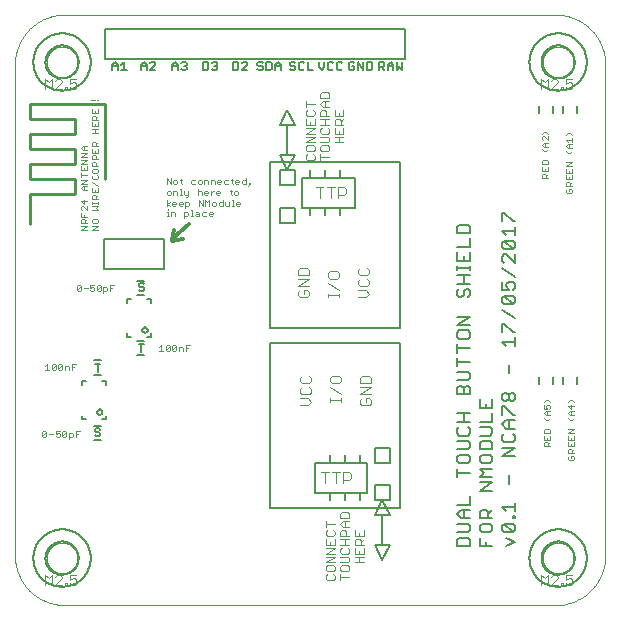
<source format=gto>
G75*
%MOIN*%
%OFA0B0*%
%FSLAX25Y25*%
%IPPOS*%
%LPD*%
%AMOC8*
5,1,8,0,0,1.08239X$1,22.5*
%
%ADD10C,0.00000*%
%ADD11C,0.01000*%
%ADD12C,0.00500*%
%ADD13C,0.00400*%
%ADD14C,0.01200*%
%ADD15C,0.00800*%
%ADD16C,0.00600*%
%ADD17C,0.00300*%
D10*
X0001000Y0017703D02*
X0001000Y0181147D01*
X0011630Y0182102D02*
X0011632Y0182245D01*
X0011638Y0182388D01*
X0011648Y0182530D01*
X0011662Y0182672D01*
X0011680Y0182814D01*
X0011702Y0182956D01*
X0011727Y0183096D01*
X0011757Y0183236D01*
X0011791Y0183375D01*
X0011828Y0183513D01*
X0011870Y0183650D01*
X0011915Y0183785D01*
X0011964Y0183919D01*
X0012016Y0184052D01*
X0012072Y0184184D01*
X0012132Y0184313D01*
X0012196Y0184441D01*
X0012263Y0184568D01*
X0012334Y0184692D01*
X0012408Y0184814D01*
X0012485Y0184934D01*
X0012566Y0185052D01*
X0012650Y0185168D01*
X0012737Y0185281D01*
X0012827Y0185392D01*
X0012921Y0185500D01*
X0013017Y0185606D01*
X0013116Y0185708D01*
X0013219Y0185808D01*
X0013323Y0185905D01*
X0013431Y0186000D01*
X0013541Y0186091D01*
X0013654Y0186179D01*
X0013769Y0186263D01*
X0013886Y0186345D01*
X0014006Y0186423D01*
X0014127Y0186498D01*
X0014251Y0186570D01*
X0014377Y0186638D01*
X0014504Y0186702D01*
X0014634Y0186763D01*
X0014765Y0186820D01*
X0014897Y0186874D01*
X0015031Y0186923D01*
X0015166Y0186970D01*
X0015303Y0187012D01*
X0015441Y0187050D01*
X0015579Y0187085D01*
X0015719Y0187115D01*
X0015859Y0187142D01*
X0016000Y0187165D01*
X0016142Y0187184D01*
X0016284Y0187199D01*
X0016427Y0187210D01*
X0016569Y0187217D01*
X0016712Y0187220D01*
X0016855Y0187219D01*
X0016998Y0187214D01*
X0017141Y0187205D01*
X0017283Y0187192D01*
X0017425Y0187175D01*
X0017566Y0187154D01*
X0017707Y0187129D01*
X0017847Y0187101D01*
X0017986Y0187068D01*
X0018124Y0187031D01*
X0018261Y0186991D01*
X0018397Y0186947D01*
X0018532Y0186899D01*
X0018665Y0186847D01*
X0018797Y0186792D01*
X0018927Y0186733D01*
X0019056Y0186670D01*
X0019182Y0186604D01*
X0019307Y0186534D01*
X0019430Y0186461D01*
X0019550Y0186385D01*
X0019669Y0186305D01*
X0019785Y0186221D01*
X0019899Y0186135D01*
X0020010Y0186045D01*
X0020119Y0185953D01*
X0020225Y0185857D01*
X0020329Y0185759D01*
X0020430Y0185657D01*
X0020527Y0185553D01*
X0020622Y0185446D01*
X0020714Y0185337D01*
X0020803Y0185225D01*
X0020889Y0185110D01*
X0020971Y0184994D01*
X0021050Y0184874D01*
X0021126Y0184753D01*
X0021198Y0184630D01*
X0021267Y0184505D01*
X0021332Y0184378D01*
X0021394Y0184249D01*
X0021452Y0184118D01*
X0021507Y0183986D01*
X0021557Y0183852D01*
X0021604Y0183717D01*
X0021648Y0183581D01*
X0021687Y0183444D01*
X0021722Y0183305D01*
X0021754Y0183166D01*
X0021782Y0183026D01*
X0021806Y0182885D01*
X0021826Y0182743D01*
X0021842Y0182601D01*
X0021854Y0182459D01*
X0021862Y0182316D01*
X0021866Y0182173D01*
X0021866Y0182031D01*
X0021862Y0181888D01*
X0021854Y0181745D01*
X0021842Y0181603D01*
X0021826Y0181461D01*
X0021806Y0181319D01*
X0021782Y0181178D01*
X0021754Y0181038D01*
X0021722Y0180899D01*
X0021687Y0180760D01*
X0021648Y0180623D01*
X0021604Y0180487D01*
X0021557Y0180352D01*
X0021507Y0180218D01*
X0021452Y0180086D01*
X0021394Y0179955D01*
X0021332Y0179826D01*
X0021267Y0179699D01*
X0021198Y0179574D01*
X0021126Y0179451D01*
X0021050Y0179330D01*
X0020971Y0179210D01*
X0020889Y0179094D01*
X0020803Y0178979D01*
X0020714Y0178867D01*
X0020622Y0178758D01*
X0020527Y0178651D01*
X0020430Y0178547D01*
X0020329Y0178445D01*
X0020225Y0178347D01*
X0020119Y0178251D01*
X0020010Y0178159D01*
X0019899Y0178069D01*
X0019785Y0177983D01*
X0019669Y0177899D01*
X0019550Y0177819D01*
X0019430Y0177743D01*
X0019307Y0177670D01*
X0019182Y0177600D01*
X0019056Y0177534D01*
X0018927Y0177471D01*
X0018797Y0177412D01*
X0018665Y0177357D01*
X0018532Y0177305D01*
X0018397Y0177257D01*
X0018261Y0177213D01*
X0018124Y0177173D01*
X0017986Y0177136D01*
X0017847Y0177103D01*
X0017707Y0177075D01*
X0017566Y0177050D01*
X0017425Y0177029D01*
X0017283Y0177012D01*
X0017141Y0176999D01*
X0016998Y0176990D01*
X0016855Y0176985D01*
X0016712Y0176984D01*
X0016569Y0176987D01*
X0016427Y0176994D01*
X0016284Y0177005D01*
X0016142Y0177020D01*
X0016000Y0177039D01*
X0015859Y0177062D01*
X0015719Y0177089D01*
X0015579Y0177119D01*
X0015441Y0177154D01*
X0015303Y0177192D01*
X0015166Y0177234D01*
X0015031Y0177281D01*
X0014897Y0177330D01*
X0014765Y0177384D01*
X0014634Y0177441D01*
X0014504Y0177502D01*
X0014377Y0177566D01*
X0014251Y0177634D01*
X0014127Y0177706D01*
X0014006Y0177781D01*
X0013886Y0177859D01*
X0013769Y0177941D01*
X0013654Y0178025D01*
X0013541Y0178113D01*
X0013431Y0178204D01*
X0013323Y0178299D01*
X0013219Y0178396D01*
X0013116Y0178496D01*
X0013017Y0178598D01*
X0012921Y0178704D01*
X0012827Y0178812D01*
X0012737Y0178923D01*
X0012650Y0179036D01*
X0012566Y0179152D01*
X0012485Y0179270D01*
X0012408Y0179390D01*
X0012334Y0179512D01*
X0012263Y0179636D01*
X0012196Y0179763D01*
X0012132Y0179891D01*
X0012072Y0180020D01*
X0012016Y0180152D01*
X0011964Y0180285D01*
X0011915Y0180419D01*
X0011870Y0180554D01*
X0011828Y0180691D01*
X0011791Y0180829D01*
X0011757Y0180968D01*
X0011727Y0181108D01*
X0011702Y0181248D01*
X0011680Y0181390D01*
X0011662Y0181532D01*
X0011648Y0181674D01*
X0011638Y0181816D01*
X0011632Y0181959D01*
X0011630Y0182102D01*
X0001000Y0181147D02*
X0001005Y0181557D01*
X0001020Y0181967D01*
X0001045Y0182376D01*
X0001080Y0182784D01*
X0001126Y0183192D01*
X0001181Y0183598D01*
X0001246Y0184003D01*
X0001321Y0184406D01*
X0001406Y0184807D01*
X0001501Y0185205D01*
X0001605Y0185602D01*
X0001719Y0185996D01*
X0001843Y0186386D01*
X0001976Y0186774D01*
X0002119Y0187158D01*
X0002271Y0187539D01*
X0002433Y0187916D01*
X0002604Y0188288D01*
X0002783Y0188657D01*
X0002972Y0189021D01*
X0003170Y0189380D01*
X0003376Y0189734D01*
X0003591Y0190083D01*
X0003815Y0190427D01*
X0004047Y0190765D01*
X0004287Y0191097D01*
X0004535Y0191423D01*
X0004791Y0191743D01*
X0005055Y0192057D01*
X0005327Y0192364D01*
X0005606Y0192664D01*
X0005892Y0192958D01*
X0006186Y0193244D01*
X0006486Y0193523D01*
X0006793Y0193795D01*
X0007107Y0194059D01*
X0007427Y0194315D01*
X0007753Y0194563D01*
X0008085Y0194803D01*
X0008423Y0195035D01*
X0008767Y0195259D01*
X0009116Y0195474D01*
X0009470Y0195680D01*
X0009829Y0195878D01*
X0010193Y0196067D01*
X0010562Y0196246D01*
X0010934Y0196417D01*
X0011311Y0196579D01*
X0011692Y0196731D01*
X0012076Y0196874D01*
X0012464Y0197007D01*
X0012854Y0197131D01*
X0013248Y0197245D01*
X0013645Y0197349D01*
X0014043Y0197444D01*
X0014444Y0197529D01*
X0014847Y0197604D01*
X0015252Y0197669D01*
X0015658Y0197724D01*
X0016066Y0197770D01*
X0016474Y0197805D01*
X0016883Y0197830D01*
X0017293Y0197845D01*
X0017703Y0197850D01*
X0181147Y0197850D01*
X0176984Y0182102D02*
X0176986Y0182245D01*
X0176992Y0182388D01*
X0177002Y0182530D01*
X0177016Y0182672D01*
X0177034Y0182814D01*
X0177056Y0182956D01*
X0177081Y0183096D01*
X0177111Y0183236D01*
X0177145Y0183375D01*
X0177182Y0183513D01*
X0177224Y0183650D01*
X0177269Y0183785D01*
X0177318Y0183919D01*
X0177370Y0184052D01*
X0177426Y0184184D01*
X0177486Y0184313D01*
X0177550Y0184441D01*
X0177617Y0184568D01*
X0177688Y0184692D01*
X0177762Y0184814D01*
X0177839Y0184934D01*
X0177920Y0185052D01*
X0178004Y0185168D01*
X0178091Y0185281D01*
X0178181Y0185392D01*
X0178275Y0185500D01*
X0178371Y0185606D01*
X0178470Y0185708D01*
X0178573Y0185808D01*
X0178677Y0185905D01*
X0178785Y0186000D01*
X0178895Y0186091D01*
X0179008Y0186179D01*
X0179123Y0186263D01*
X0179240Y0186345D01*
X0179360Y0186423D01*
X0179481Y0186498D01*
X0179605Y0186570D01*
X0179731Y0186638D01*
X0179858Y0186702D01*
X0179988Y0186763D01*
X0180119Y0186820D01*
X0180251Y0186874D01*
X0180385Y0186923D01*
X0180520Y0186970D01*
X0180657Y0187012D01*
X0180795Y0187050D01*
X0180933Y0187085D01*
X0181073Y0187115D01*
X0181213Y0187142D01*
X0181354Y0187165D01*
X0181496Y0187184D01*
X0181638Y0187199D01*
X0181781Y0187210D01*
X0181923Y0187217D01*
X0182066Y0187220D01*
X0182209Y0187219D01*
X0182352Y0187214D01*
X0182495Y0187205D01*
X0182637Y0187192D01*
X0182779Y0187175D01*
X0182920Y0187154D01*
X0183061Y0187129D01*
X0183201Y0187101D01*
X0183340Y0187068D01*
X0183478Y0187031D01*
X0183615Y0186991D01*
X0183751Y0186947D01*
X0183886Y0186899D01*
X0184019Y0186847D01*
X0184151Y0186792D01*
X0184281Y0186733D01*
X0184410Y0186670D01*
X0184536Y0186604D01*
X0184661Y0186534D01*
X0184784Y0186461D01*
X0184904Y0186385D01*
X0185023Y0186305D01*
X0185139Y0186221D01*
X0185253Y0186135D01*
X0185364Y0186045D01*
X0185473Y0185953D01*
X0185579Y0185857D01*
X0185683Y0185759D01*
X0185784Y0185657D01*
X0185881Y0185553D01*
X0185976Y0185446D01*
X0186068Y0185337D01*
X0186157Y0185225D01*
X0186243Y0185110D01*
X0186325Y0184994D01*
X0186404Y0184874D01*
X0186480Y0184753D01*
X0186552Y0184630D01*
X0186621Y0184505D01*
X0186686Y0184378D01*
X0186748Y0184249D01*
X0186806Y0184118D01*
X0186861Y0183986D01*
X0186911Y0183852D01*
X0186958Y0183717D01*
X0187002Y0183581D01*
X0187041Y0183444D01*
X0187076Y0183305D01*
X0187108Y0183166D01*
X0187136Y0183026D01*
X0187160Y0182885D01*
X0187180Y0182743D01*
X0187196Y0182601D01*
X0187208Y0182459D01*
X0187216Y0182316D01*
X0187220Y0182173D01*
X0187220Y0182031D01*
X0187216Y0181888D01*
X0187208Y0181745D01*
X0187196Y0181603D01*
X0187180Y0181461D01*
X0187160Y0181319D01*
X0187136Y0181178D01*
X0187108Y0181038D01*
X0187076Y0180899D01*
X0187041Y0180760D01*
X0187002Y0180623D01*
X0186958Y0180487D01*
X0186911Y0180352D01*
X0186861Y0180218D01*
X0186806Y0180086D01*
X0186748Y0179955D01*
X0186686Y0179826D01*
X0186621Y0179699D01*
X0186552Y0179574D01*
X0186480Y0179451D01*
X0186404Y0179330D01*
X0186325Y0179210D01*
X0186243Y0179094D01*
X0186157Y0178979D01*
X0186068Y0178867D01*
X0185976Y0178758D01*
X0185881Y0178651D01*
X0185784Y0178547D01*
X0185683Y0178445D01*
X0185579Y0178347D01*
X0185473Y0178251D01*
X0185364Y0178159D01*
X0185253Y0178069D01*
X0185139Y0177983D01*
X0185023Y0177899D01*
X0184904Y0177819D01*
X0184784Y0177743D01*
X0184661Y0177670D01*
X0184536Y0177600D01*
X0184410Y0177534D01*
X0184281Y0177471D01*
X0184151Y0177412D01*
X0184019Y0177357D01*
X0183886Y0177305D01*
X0183751Y0177257D01*
X0183615Y0177213D01*
X0183478Y0177173D01*
X0183340Y0177136D01*
X0183201Y0177103D01*
X0183061Y0177075D01*
X0182920Y0177050D01*
X0182779Y0177029D01*
X0182637Y0177012D01*
X0182495Y0176999D01*
X0182352Y0176990D01*
X0182209Y0176985D01*
X0182066Y0176984D01*
X0181923Y0176987D01*
X0181781Y0176994D01*
X0181638Y0177005D01*
X0181496Y0177020D01*
X0181354Y0177039D01*
X0181213Y0177062D01*
X0181073Y0177089D01*
X0180933Y0177119D01*
X0180795Y0177154D01*
X0180657Y0177192D01*
X0180520Y0177234D01*
X0180385Y0177281D01*
X0180251Y0177330D01*
X0180119Y0177384D01*
X0179988Y0177441D01*
X0179858Y0177502D01*
X0179731Y0177566D01*
X0179605Y0177634D01*
X0179481Y0177706D01*
X0179360Y0177781D01*
X0179240Y0177859D01*
X0179123Y0177941D01*
X0179008Y0178025D01*
X0178895Y0178113D01*
X0178785Y0178204D01*
X0178677Y0178299D01*
X0178573Y0178396D01*
X0178470Y0178496D01*
X0178371Y0178598D01*
X0178275Y0178704D01*
X0178181Y0178812D01*
X0178091Y0178923D01*
X0178004Y0179036D01*
X0177920Y0179152D01*
X0177839Y0179270D01*
X0177762Y0179390D01*
X0177688Y0179512D01*
X0177617Y0179636D01*
X0177550Y0179763D01*
X0177486Y0179891D01*
X0177426Y0180020D01*
X0177370Y0180152D01*
X0177318Y0180285D01*
X0177269Y0180419D01*
X0177224Y0180554D01*
X0177182Y0180691D01*
X0177145Y0180829D01*
X0177111Y0180968D01*
X0177081Y0181108D01*
X0177056Y0181248D01*
X0177034Y0181390D01*
X0177016Y0181532D01*
X0177002Y0181674D01*
X0176992Y0181816D01*
X0176986Y0181959D01*
X0176984Y0182102D01*
X0181147Y0197850D02*
X0181551Y0197845D01*
X0181954Y0197830D01*
X0182357Y0197806D01*
X0182759Y0197772D01*
X0183160Y0197728D01*
X0183560Y0197675D01*
X0183959Y0197612D01*
X0184356Y0197539D01*
X0184751Y0197456D01*
X0185144Y0197365D01*
X0185535Y0197263D01*
X0185923Y0197153D01*
X0186309Y0197032D01*
X0186691Y0196903D01*
X0187070Y0196765D01*
X0187446Y0196617D01*
X0187818Y0196460D01*
X0188186Y0196295D01*
X0188550Y0196120D01*
X0188909Y0195937D01*
X0189264Y0195745D01*
X0189615Y0195544D01*
X0189960Y0195336D01*
X0190300Y0195119D01*
X0190635Y0194893D01*
X0190965Y0194660D01*
X0191288Y0194419D01*
X0191606Y0194170D01*
X0191918Y0193913D01*
X0192223Y0193649D01*
X0192522Y0193378D01*
X0192814Y0193100D01*
X0193100Y0192814D01*
X0193378Y0192522D01*
X0193649Y0192223D01*
X0193913Y0191918D01*
X0194170Y0191606D01*
X0194419Y0191288D01*
X0194660Y0190965D01*
X0194893Y0190635D01*
X0195119Y0190300D01*
X0195336Y0189960D01*
X0195544Y0189615D01*
X0195745Y0189264D01*
X0195937Y0188909D01*
X0196120Y0188550D01*
X0196295Y0188186D01*
X0196460Y0187818D01*
X0196617Y0187446D01*
X0196765Y0187070D01*
X0196903Y0186691D01*
X0197032Y0186309D01*
X0197153Y0185923D01*
X0197263Y0185535D01*
X0197365Y0185144D01*
X0197456Y0184751D01*
X0197539Y0184356D01*
X0197612Y0183959D01*
X0197675Y0183560D01*
X0197728Y0183160D01*
X0197772Y0182759D01*
X0197806Y0182357D01*
X0197830Y0181954D01*
X0197845Y0181551D01*
X0197850Y0181147D01*
X0197850Y0017703D01*
X0176984Y0016748D02*
X0176986Y0016891D01*
X0176992Y0017034D01*
X0177002Y0017176D01*
X0177016Y0017318D01*
X0177034Y0017460D01*
X0177056Y0017602D01*
X0177081Y0017742D01*
X0177111Y0017882D01*
X0177145Y0018021D01*
X0177182Y0018159D01*
X0177224Y0018296D01*
X0177269Y0018431D01*
X0177318Y0018565D01*
X0177370Y0018698D01*
X0177426Y0018830D01*
X0177486Y0018959D01*
X0177550Y0019087D01*
X0177617Y0019214D01*
X0177688Y0019338D01*
X0177762Y0019460D01*
X0177839Y0019580D01*
X0177920Y0019698D01*
X0178004Y0019814D01*
X0178091Y0019927D01*
X0178181Y0020038D01*
X0178275Y0020146D01*
X0178371Y0020252D01*
X0178470Y0020354D01*
X0178573Y0020454D01*
X0178677Y0020551D01*
X0178785Y0020646D01*
X0178895Y0020737D01*
X0179008Y0020825D01*
X0179123Y0020909D01*
X0179240Y0020991D01*
X0179360Y0021069D01*
X0179481Y0021144D01*
X0179605Y0021216D01*
X0179731Y0021284D01*
X0179858Y0021348D01*
X0179988Y0021409D01*
X0180119Y0021466D01*
X0180251Y0021520D01*
X0180385Y0021569D01*
X0180520Y0021616D01*
X0180657Y0021658D01*
X0180795Y0021696D01*
X0180933Y0021731D01*
X0181073Y0021761D01*
X0181213Y0021788D01*
X0181354Y0021811D01*
X0181496Y0021830D01*
X0181638Y0021845D01*
X0181781Y0021856D01*
X0181923Y0021863D01*
X0182066Y0021866D01*
X0182209Y0021865D01*
X0182352Y0021860D01*
X0182495Y0021851D01*
X0182637Y0021838D01*
X0182779Y0021821D01*
X0182920Y0021800D01*
X0183061Y0021775D01*
X0183201Y0021747D01*
X0183340Y0021714D01*
X0183478Y0021677D01*
X0183615Y0021637D01*
X0183751Y0021593D01*
X0183886Y0021545D01*
X0184019Y0021493D01*
X0184151Y0021438D01*
X0184281Y0021379D01*
X0184410Y0021316D01*
X0184536Y0021250D01*
X0184661Y0021180D01*
X0184784Y0021107D01*
X0184904Y0021031D01*
X0185023Y0020951D01*
X0185139Y0020867D01*
X0185253Y0020781D01*
X0185364Y0020691D01*
X0185473Y0020599D01*
X0185579Y0020503D01*
X0185683Y0020405D01*
X0185784Y0020303D01*
X0185881Y0020199D01*
X0185976Y0020092D01*
X0186068Y0019983D01*
X0186157Y0019871D01*
X0186243Y0019756D01*
X0186325Y0019640D01*
X0186404Y0019520D01*
X0186480Y0019399D01*
X0186552Y0019276D01*
X0186621Y0019151D01*
X0186686Y0019024D01*
X0186748Y0018895D01*
X0186806Y0018764D01*
X0186861Y0018632D01*
X0186911Y0018498D01*
X0186958Y0018363D01*
X0187002Y0018227D01*
X0187041Y0018090D01*
X0187076Y0017951D01*
X0187108Y0017812D01*
X0187136Y0017672D01*
X0187160Y0017531D01*
X0187180Y0017389D01*
X0187196Y0017247D01*
X0187208Y0017105D01*
X0187216Y0016962D01*
X0187220Y0016819D01*
X0187220Y0016677D01*
X0187216Y0016534D01*
X0187208Y0016391D01*
X0187196Y0016249D01*
X0187180Y0016107D01*
X0187160Y0015965D01*
X0187136Y0015824D01*
X0187108Y0015684D01*
X0187076Y0015545D01*
X0187041Y0015406D01*
X0187002Y0015269D01*
X0186958Y0015133D01*
X0186911Y0014998D01*
X0186861Y0014864D01*
X0186806Y0014732D01*
X0186748Y0014601D01*
X0186686Y0014472D01*
X0186621Y0014345D01*
X0186552Y0014220D01*
X0186480Y0014097D01*
X0186404Y0013976D01*
X0186325Y0013856D01*
X0186243Y0013740D01*
X0186157Y0013625D01*
X0186068Y0013513D01*
X0185976Y0013404D01*
X0185881Y0013297D01*
X0185784Y0013193D01*
X0185683Y0013091D01*
X0185579Y0012993D01*
X0185473Y0012897D01*
X0185364Y0012805D01*
X0185253Y0012715D01*
X0185139Y0012629D01*
X0185023Y0012545D01*
X0184904Y0012465D01*
X0184784Y0012389D01*
X0184661Y0012316D01*
X0184536Y0012246D01*
X0184410Y0012180D01*
X0184281Y0012117D01*
X0184151Y0012058D01*
X0184019Y0012003D01*
X0183886Y0011951D01*
X0183751Y0011903D01*
X0183615Y0011859D01*
X0183478Y0011819D01*
X0183340Y0011782D01*
X0183201Y0011749D01*
X0183061Y0011721D01*
X0182920Y0011696D01*
X0182779Y0011675D01*
X0182637Y0011658D01*
X0182495Y0011645D01*
X0182352Y0011636D01*
X0182209Y0011631D01*
X0182066Y0011630D01*
X0181923Y0011633D01*
X0181781Y0011640D01*
X0181638Y0011651D01*
X0181496Y0011666D01*
X0181354Y0011685D01*
X0181213Y0011708D01*
X0181073Y0011735D01*
X0180933Y0011765D01*
X0180795Y0011800D01*
X0180657Y0011838D01*
X0180520Y0011880D01*
X0180385Y0011927D01*
X0180251Y0011976D01*
X0180119Y0012030D01*
X0179988Y0012087D01*
X0179858Y0012148D01*
X0179731Y0012212D01*
X0179605Y0012280D01*
X0179481Y0012352D01*
X0179360Y0012427D01*
X0179240Y0012505D01*
X0179123Y0012587D01*
X0179008Y0012671D01*
X0178895Y0012759D01*
X0178785Y0012850D01*
X0178677Y0012945D01*
X0178573Y0013042D01*
X0178470Y0013142D01*
X0178371Y0013244D01*
X0178275Y0013350D01*
X0178181Y0013458D01*
X0178091Y0013569D01*
X0178004Y0013682D01*
X0177920Y0013798D01*
X0177839Y0013916D01*
X0177762Y0014036D01*
X0177688Y0014158D01*
X0177617Y0014282D01*
X0177550Y0014409D01*
X0177486Y0014537D01*
X0177426Y0014666D01*
X0177370Y0014798D01*
X0177318Y0014931D01*
X0177269Y0015065D01*
X0177224Y0015200D01*
X0177182Y0015337D01*
X0177145Y0015475D01*
X0177111Y0015614D01*
X0177081Y0015754D01*
X0177056Y0015894D01*
X0177034Y0016036D01*
X0177016Y0016178D01*
X0177002Y0016320D01*
X0176992Y0016462D01*
X0176986Y0016605D01*
X0176984Y0016748D01*
X0181147Y0001000D02*
X0181551Y0001005D01*
X0181954Y0001020D01*
X0182357Y0001044D01*
X0182759Y0001078D01*
X0183160Y0001122D01*
X0183560Y0001175D01*
X0183959Y0001238D01*
X0184356Y0001311D01*
X0184751Y0001394D01*
X0185144Y0001485D01*
X0185535Y0001587D01*
X0185923Y0001697D01*
X0186309Y0001818D01*
X0186691Y0001947D01*
X0187070Y0002085D01*
X0187446Y0002233D01*
X0187818Y0002390D01*
X0188186Y0002555D01*
X0188550Y0002730D01*
X0188909Y0002913D01*
X0189264Y0003105D01*
X0189615Y0003306D01*
X0189960Y0003514D01*
X0190300Y0003731D01*
X0190635Y0003957D01*
X0190965Y0004190D01*
X0191288Y0004431D01*
X0191606Y0004680D01*
X0191918Y0004937D01*
X0192223Y0005201D01*
X0192522Y0005472D01*
X0192814Y0005750D01*
X0193100Y0006036D01*
X0193378Y0006328D01*
X0193649Y0006627D01*
X0193913Y0006932D01*
X0194170Y0007244D01*
X0194419Y0007562D01*
X0194660Y0007885D01*
X0194893Y0008215D01*
X0195119Y0008550D01*
X0195336Y0008890D01*
X0195544Y0009235D01*
X0195745Y0009586D01*
X0195937Y0009941D01*
X0196120Y0010300D01*
X0196295Y0010664D01*
X0196460Y0011032D01*
X0196617Y0011404D01*
X0196765Y0011780D01*
X0196903Y0012159D01*
X0197032Y0012541D01*
X0197153Y0012927D01*
X0197263Y0013315D01*
X0197365Y0013706D01*
X0197456Y0014099D01*
X0197539Y0014494D01*
X0197612Y0014891D01*
X0197675Y0015290D01*
X0197728Y0015690D01*
X0197772Y0016091D01*
X0197806Y0016493D01*
X0197830Y0016896D01*
X0197845Y0017299D01*
X0197850Y0017703D01*
X0181147Y0001000D02*
X0017703Y0001000D01*
X0011630Y0016748D02*
X0011632Y0016891D01*
X0011638Y0017034D01*
X0011648Y0017176D01*
X0011662Y0017318D01*
X0011680Y0017460D01*
X0011702Y0017602D01*
X0011727Y0017742D01*
X0011757Y0017882D01*
X0011791Y0018021D01*
X0011828Y0018159D01*
X0011870Y0018296D01*
X0011915Y0018431D01*
X0011964Y0018565D01*
X0012016Y0018698D01*
X0012072Y0018830D01*
X0012132Y0018959D01*
X0012196Y0019087D01*
X0012263Y0019214D01*
X0012334Y0019338D01*
X0012408Y0019460D01*
X0012485Y0019580D01*
X0012566Y0019698D01*
X0012650Y0019814D01*
X0012737Y0019927D01*
X0012827Y0020038D01*
X0012921Y0020146D01*
X0013017Y0020252D01*
X0013116Y0020354D01*
X0013219Y0020454D01*
X0013323Y0020551D01*
X0013431Y0020646D01*
X0013541Y0020737D01*
X0013654Y0020825D01*
X0013769Y0020909D01*
X0013886Y0020991D01*
X0014006Y0021069D01*
X0014127Y0021144D01*
X0014251Y0021216D01*
X0014377Y0021284D01*
X0014504Y0021348D01*
X0014634Y0021409D01*
X0014765Y0021466D01*
X0014897Y0021520D01*
X0015031Y0021569D01*
X0015166Y0021616D01*
X0015303Y0021658D01*
X0015441Y0021696D01*
X0015579Y0021731D01*
X0015719Y0021761D01*
X0015859Y0021788D01*
X0016000Y0021811D01*
X0016142Y0021830D01*
X0016284Y0021845D01*
X0016427Y0021856D01*
X0016569Y0021863D01*
X0016712Y0021866D01*
X0016855Y0021865D01*
X0016998Y0021860D01*
X0017141Y0021851D01*
X0017283Y0021838D01*
X0017425Y0021821D01*
X0017566Y0021800D01*
X0017707Y0021775D01*
X0017847Y0021747D01*
X0017986Y0021714D01*
X0018124Y0021677D01*
X0018261Y0021637D01*
X0018397Y0021593D01*
X0018532Y0021545D01*
X0018665Y0021493D01*
X0018797Y0021438D01*
X0018927Y0021379D01*
X0019056Y0021316D01*
X0019182Y0021250D01*
X0019307Y0021180D01*
X0019430Y0021107D01*
X0019550Y0021031D01*
X0019669Y0020951D01*
X0019785Y0020867D01*
X0019899Y0020781D01*
X0020010Y0020691D01*
X0020119Y0020599D01*
X0020225Y0020503D01*
X0020329Y0020405D01*
X0020430Y0020303D01*
X0020527Y0020199D01*
X0020622Y0020092D01*
X0020714Y0019983D01*
X0020803Y0019871D01*
X0020889Y0019756D01*
X0020971Y0019640D01*
X0021050Y0019520D01*
X0021126Y0019399D01*
X0021198Y0019276D01*
X0021267Y0019151D01*
X0021332Y0019024D01*
X0021394Y0018895D01*
X0021452Y0018764D01*
X0021507Y0018632D01*
X0021557Y0018498D01*
X0021604Y0018363D01*
X0021648Y0018227D01*
X0021687Y0018090D01*
X0021722Y0017951D01*
X0021754Y0017812D01*
X0021782Y0017672D01*
X0021806Y0017531D01*
X0021826Y0017389D01*
X0021842Y0017247D01*
X0021854Y0017105D01*
X0021862Y0016962D01*
X0021866Y0016819D01*
X0021866Y0016677D01*
X0021862Y0016534D01*
X0021854Y0016391D01*
X0021842Y0016249D01*
X0021826Y0016107D01*
X0021806Y0015965D01*
X0021782Y0015824D01*
X0021754Y0015684D01*
X0021722Y0015545D01*
X0021687Y0015406D01*
X0021648Y0015269D01*
X0021604Y0015133D01*
X0021557Y0014998D01*
X0021507Y0014864D01*
X0021452Y0014732D01*
X0021394Y0014601D01*
X0021332Y0014472D01*
X0021267Y0014345D01*
X0021198Y0014220D01*
X0021126Y0014097D01*
X0021050Y0013976D01*
X0020971Y0013856D01*
X0020889Y0013740D01*
X0020803Y0013625D01*
X0020714Y0013513D01*
X0020622Y0013404D01*
X0020527Y0013297D01*
X0020430Y0013193D01*
X0020329Y0013091D01*
X0020225Y0012993D01*
X0020119Y0012897D01*
X0020010Y0012805D01*
X0019899Y0012715D01*
X0019785Y0012629D01*
X0019669Y0012545D01*
X0019550Y0012465D01*
X0019430Y0012389D01*
X0019307Y0012316D01*
X0019182Y0012246D01*
X0019056Y0012180D01*
X0018927Y0012117D01*
X0018797Y0012058D01*
X0018665Y0012003D01*
X0018532Y0011951D01*
X0018397Y0011903D01*
X0018261Y0011859D01*
X0018124Y0011819D01*
X0017986Y0011782D01*
X0017847Y0011749D01*
X0017707Y0011721D01*
X0017566Y0011696D01*
X0017425Y0011675D01*
X0017283Y0011658D01*
X0017141Y0011645D01*
X0016998Y0011636D01*
X0016855Y0011631D01*
X0016712Y0011630D01*
X0016569Y0011633D01*
X0016427Y0011640D01*
X0016284Y0011651D01*
X0016142Y0011666D01*
X0016000Y0011685D01*
X0015859Y0011708D01*
X0015719Y0011735D01*
X0015579Y0011765D01*
X0015441Y0011800D01*
X0015303Y0011838D01*
X0015166Y0011880D01*
X0015031Y0011927D01*
X0014897Y0011976D01*
X0014765Y0012030D01*
X0014634Y0012087D01*
X0014504Y0012148D01*
X0014377Y0012212D01*
X0014251Y0012280D01*
X0014127Y0012352D01*
X0014006Y0012427D01*
X0013886Y0012505D01*
X0013769Y0012587D01*
X0013654Y0012671D01*
X0013541Y0012759D01*
X0013431Y0012850D01*
X0013323Y0012945D01*
X0013219Y0013042D01*
X0013116Y0013142D01*
X0013017Y0013244D01*
X0012921Y0013350D01*
X0012827Y0013458D01*
X0012737Y0013569D01*
X0012650Y0013682D01*
X0012566Y0013798D01*
X0012485Y0013916D01*
X0012408Y0014036D01*
X0012334Y0014158D01*
X0012263Y0014282D01*
X0012196Y0014409D01*
X0012132Y0014537D01*
X0012072Y0014666D01*
X0012016Y0014798D01*
X0011964Y0014931D01*
X0011915Y0015065D01*
X0011870Y0015200D01*
X0011828Y0015337D01*
X0011791Y0015475D01*
X0011757Y0015614D01*
X0011727Y0015754D01*
X0011702Y0015894D01*
X0011680Y0016036D01*
X0011662Y0016178D01*
X0011648Y0016320D01*
X0011638Y0016462D01*
X0011632Y0016605D01*
X0011630Y0016748D01*
X0001000Y0017703D02*
X0001005Y0017293D01*
X0001020Y0016883D01*
X0001045Y0016474D01*
X0001080Y0016066D01*
X0001126Y0015658D01*
X0001181Y0015252D01*
X0001246Y0014847D01*
X0001321Y0014444D01*
X0001406Y0014043D01*
X0001501Y0013645D01*
X0001605Y0013248D01*
X0001719Y0012854D01*
X0001843Y0012464D01*
X0001976Y0012076D01*
X0002119Y0011692D01*
X0002271Y0011311D01*
X0002433Y0010934D01*
X0002604Y0010562D01*
X0002783Y0010193D01*
X0002972Y0009829D01*
X0003170Y0009470D01*
X0003376Y0009116D01*
X0003591Y0008767D01*
X0003815Y0008423D01*
X0004047Y0008085D01*
X0004287Y0007753D01*
X0004535Y0007427D01*
X0004791Y0007107D01*
X0005055Y0006793D01*
X0005327Y0006486D01*
X0005606Y0006186D01*
X0005892Y0005892D01*
X0006186Y0005606D01*
X0006486Y0005327D01*
X0006793Y0005055D01*
X0007107Y0004791D01*
X0007427Y0004535D01*
X0007753Y0004287D01*
X0008085Y0004047D01*
X0008423Y0003815D01*
X0008767Y0003591D01*
X0009116Y0003376D01*
X0009470Y0003170D01*
X0009829Y0002972D01*
X0010193Y0002783D01*
X0010562Y0002604D01*
X0010934Y0002433D01*
X0011311Y0002271D01*
X0011692Y0002119D01*
X0012076Y0001976D01*
X0012464Y0001843D01*
X0012854Y0001719D01*
X0013248Y0001605D01*
X0013645Y0001501D01*
X0014043Y0001406D01*
X0014444Y0001321D01*
X0014847Y0001246D01*
X0015252Y0001181D01*
X0015658Y0001126D01*
X0016066Y0001080D01*
X0016474Y0001045D01*
X0016883Y0001020D01*
X0017293Y0001005D01*
X0017703Y0001000D01*
D11*
X0005921Y0127969D02*
X0005921Y0137969D01*
X0020921Y0137969D01*
X0020921Y0142969D01*
X0005921Y0142969D01*
X0005921Y0147969D01*
X0020921Y0147969D01*
X0020921Y0152969D01*
X0005921Y0152969D01*
X0005921Y0157969D01*
X0020921Y0157969D01*
X0020921Y0162969D01*
X0005921Y0162969D01*
X0005921Y0167969D01*
X0030921Y0167969D01*
X0030921Y0142969D01*
D12*
X0030764Y0122929D02*
X0050764Y0122929D01*
X0050764Y0112929D01*
X0030764Y0112929D01*
X0030764Y0122929D01*
X0042700Y0108452D02*
X0042250Y0108002D01*
X0042250Y0107552D01*
X0042700Y0107101D01*
X0043601Y0107101D01*
X0044052Y0106651D01*
X0044052Y0106200D01*
X0043601Y0105750D01*
X0042700Y0105750D01*
X0042250Y0106200D01*
X0042700Y0108452D02*
X0043601Y0108452D01*
X0044052Y0108002D01*
X0044052Y0087952D02*
X0042250Y0087952D01*
X0043151Y0087952D02*
X0043151Y0085250D01*
X0029552Y0081452D02*
X0027750Y0081452D01*
X0028651Y0081452D02*
X0028651Y0078750D01*
X0028200Y0059952D02*
X0027750Y0059502D01*
X0027750Y0059052D01*
X0028200Y0058601D01*
X0029101Y0058601D01*
X0029552Y0058151D01*
X0029552Y0057700D01*
X0029101Y0057250D01*
X0028200Y0057250D01*
X0027750Y0057700D01*
X0029552Y0059502D02*
X0029101Y0059952D01*
X0028200Y0059952D01*
X0086000Y0033382D02*
X0129307Y0033382D01*
X0129307Y0088500D01*
X0086000Y0088500D01*
X0086000Y0033382D01*
X0101000Y0038500D02*
X0101000Y0048500D01*
X0106000Y0048500D01*
X0106000Y0051000D01*
X0106000Y0048500D02*
X0111000Y0048500D01*
X0111000Y0051000D01*
X0111000Y0048500D02*
X0116000Y0048500D01*
X0116000Y0051000D01*
X0116000Y0048500D02*
X0118500Y0048500D01*
X0118500Y0038500D01*
X0116000Y0038500D01*
X0116000Y0036000D01*
X0116000Y0038500D02*
X0111000Y0038500D01*
X0111000Y0036000D01*
X0111000Y0038500D02*
X0106000Y0038500D01*
X0106000Y0036000D01*
X0106000Y0038500D02*
X0101000Y0038500D01*
X0121000Y0036000D02*
X0123500Y0036000D01*
X0121000Y0031000D01*
X0123500Y0031000D01*
X0123500Y0021000D01*
X0126000Y0021000D01*
X0123500Y0016000D01*
X0121000Y0021000D01*
X0123500Y0021000D01*
X0123500Y0031000D02*
X0126000Y0031000D01*
X0123500Y0036000D01*
X0126000Y0036000D01*
X0126000Y0041000D01*
X0121000Y0041000D01*
X0121000Y0036000D01*
X0121000Y0048500D02*
X0126000Y0048500D01*
X0126000Y0053500D01*
X0121000Y0053500D01*
X0121000Y0048500D01*
X0129311Y0093500D02*
X0086004Y0093500D01*
X0086004Y0148618D01*
X0129311Y0148618D01*
X0129311Y0093500D01*
X0094311Y0128500D02*
X0094311Y0133500D01*
X0089311Y0133500D01*
X0089311Y0128500D01*
X0094311Y0128500D01*
X0096811Y0133500D02*
X0099311Y0133500D01*
X0099311Y0131000D01*
X0099311Y0133500D02*
X0104311Y0133500D01*
X0104311Y0131000D01*
X0104311Y0133500D02*
X0109311Y0133500D01*
X0109311Y0131000D01*
X0109311Y0133500D02*
X0114311Y0133500D01*
X0114311Y0143500D01*
X0109311Y0143500D01*
X0109311Y0146000D01*
X0109311Y0143500D02*
X0104311Y0143500D01*
X0104311Y0146000D01*
X0104311Y0143500D02*
X0099311Y0143500D01*
X0099311Y0146000D01*
X0099311Y0143500D02*
X0096811Y0143500D01*
X0096811Y0133500D01*
X0094311Y0141000D02*
X0089311Y0141000D01*
X0089311Y0146000D01*
X0091811Y0146000D01*
X0094311Y0151000D01*
X0091811Y0151000D01*
X0091811Y0161000D01*
X0089311Y0161000D01*
X0091811Y0166000D01*
X0094311Y0161000D01*
X0091811Y0161000D01*
X0091811Y0151000D02*
X0089311Y0151000D01*
X0091811Y0146000D01*
X0094311Y0146000D01*
X0094311Y0141000D01*
X0094042Y0179356D02*
X0093141Y0179356D01*
X0092691Y0179807D01*
X0093141Y0180707D02*
X0094042Y0180707D01*
X0094492Y0180257D01*
X0094492Y0179807D01*
X0094042Y0179356D01*
X0093141Y0180707D02*
X0092691Y0181158D01*
X0092691Y0181608D01*
X0093141Y0182059D01*
X0094042Y0182059D01*
X0094492Y0181608D01*
X0095637Y0181608D02*
X0095637Y0179807D01*
X0096088Y0179356D01*
X0096989Y0179356D01*
X0097439Y0179807D01*
X0098584Y0179356D02*
X0100386Y0179356D01*
X0098584Y0179356D02*
X0098584Y0182059D01*
X0097439Y0181608D02*
X0096989Y0182059D01*
X0096088Y0182059D01*
X0095637Y0181608D01*
X0089598Y0181158D02*
X0089598Y0179356D01*
X0089598Y0180707D02*
X0087797Y0180707D01*
X0087797Y0181158D02*
X0088697Y0182059D01*
X0089598Y0181158D01*
X0087797Y0181158D02*
X0087797Y0179356D01*
X0086652Y0179807D02*
X0086652Y0181608D01*
X0086201Y0182059D01*
X0084850Y0182059D01*
X0084850Y0179356D01*
X0086201Y0179356D01*
X0086652Y0179807D01*
X0083705Y0179807D02*
X0083255Y0179356D01*
X0082354Y0179356D01*
X0081904Y0179807D01*
X0082354Y0180707D02*
X0083255Y0180707D01*
X0083705Y0180257D01*
X0083705Y0179807D01*
X0082354Y0180707D02*
X0081904Y0181158D01*
X0081904Y0181608D01*
X0082354Y0182059D01*
X0083255Y0182059D01*
X0083705Y0181608D01*
X0078408Y0181608D02*
X0078408Y0181158D01*
X0076606Y0179356D01*
X0078408Y0179356D01*
X0078408Y0181608D02*
X0077957Y0182059D01*
X0077056Y0182059D01*
X0076606Y0181608D01*
X0075461Y0181608D02*
X0075461Y0179807D01*
X0075011Y0179356D01*
X0073659Y0179356D01*
X0073659Y0182059D01*
X0075011Y0182059D01*
X0075461Y0181608D01*
X0068408Y0181608D02*
X0068408Y0181158D01*
X0067957Y0180707D01*
X0068408Y0180257D01*
X0068408Y0179807D01*
X0067957Y0179356D01*
X0067056Y0179356D01*
X0066606Y0179807D01*
X0065461Y0179807D02*
X0065011Y0179356D01*
X0063659Y0179356D01*
X0063659Y0182059D01*
X0065011Y0182059D01*
X0065461Y0181608D01*
X0065461Y0179807D01*
X0066606Y0181608D02*
X0067056Y0182059D01*
X0067957Y0182059D01*
X0068408Y0181608D01*
X0067957Y0180707D02*
X0067507Y0180707D01*
X0058301Y0180257D02*
X0058301Y0179807D01*
X0057851Y0179356D01*
X0056950Y0179356D01*
X0056500Y0179807D01*
X0055355Y0179356D02*
X0055355Y0181158D01*
X0054454Y0182059D01*
X0053553Y0181158D01*
X0053553Y0179356D01*
X0053553Y0180707D02*
X0055355Y0180707D01*
X0056500Y0181608D02*
X0056950Y0182059D01*
X0057851Y0182059D01*
X0058301Y0181608D01*
X0058301Y0181158D01*
X0057851Y0180707D01*
X0058301Y0180257D01*
X0057851Y0180707D02*
X0057400Y0180707D01*
X0047908Y0181158D02*
X0047908Y0181608D01*
X0047457Y0182059D01*
X0046556Y0182059D01*
X0046106Y0181608D01*
X0044961Y0181158D02*
X0044961Y0179356D01*
X0046106Y0179356D02*
X0047908Y0181158D01*
X0047908Y0179356D02*
X0046106Y0179356D01*
X0044961Y0180707D02*
X0043159Y0180707D01*
X0043159Y0181158D02*
X0044060Y0182059D01*
X0044961Y0181158D01*
X0043159Y0181158D02*
X0043159Y0179356D01*
X0038301Y0179356D02*
X0036500Y0179356D01*
X0037400Y0179356D02*
X0037400Y0182059D01*
X0036500Y0181158D01*
X0035355Y0181158D02*
X0035355Y0179356D01*
X0035355Y0180707D02*
X0033553Y0180707D01*
X0033553Y0181158D02*
X0034454Y0182059D01*
X0035355Y0181158D01*
X0033553Y0181158D02*
X0033553Y0179356D01*
X0030921Y0182969D02*
X0030921Y0192969D01*
X0130921Y0192969D01*
X0130921Y0182969D01*
X0030921Y0182969D01*
X0102404Y0182059D02*
X0102404Y0180257D01*
X0103304Y0179356D01*
X0104205Y0180257D01*
X0104205Y0182059D01*
X0105350Y0181608D02*
X0105350Y0179807D01*
X0105800Y0179356D01*
X0106701Y0179356D01*
X0107152Y0179807D01*
X0108297Y0179807D02*
X0108747Y0179356D01*
X0109648Y0179356D01*
X0110098Y0179807D01*
X0110098Y0181608D02*
X0109648Y0182059D01*
X0108747Y0182059D01*
X0108297Y0181608D01*
X0108297Y0179807D01*
X0107152Y0181608D02*
X0106701Y0182059D01*
X0105800Y0182059D01*
X0105350Y0181608D01*
X0112404Y0181608D02*
X0112404Y0179807D01*
X0112854Y0179356D01*
X0113755Y0179356D01*
X0114205Y0179807D01*
X0114205Y0180707D01*
X0113304Y0180707D01*
X0112404Y0181608D02*
X0112854Y0182059D01*
X0113755Y0182059D01*
X0114205Y0181608D01*
X0115350Y0182059D02*
X0117152Y0179356D01*
X0117152Y0182059D01*
X0118297Y0182059D02*
X0119648Y0182059D01*
X0120098Y0181608D01*
X0120098Y0179807D01*
X0119648Y0179356D01*
X0118297Y0179356D01*
X0118297Y0182059D01*
X0115350Y0182059D02*
X0115350Y0179356D01*
X0122404Y0179356D02*
X0122404Y0182059D01*
X0123755Y0182059D01*
X0124205Y0181608D01*
X0124205Y0180707D01*
X0123755Y0180257D01*
X0122404Y0180257D01*
X0123304Y0180257D02*
X0124205Y0179356D01*
X0125350Y0179356D02*
X0125350Y0181158D01*
X0126251Y0182059D01*
X0127152Y0181158D01*
X0127152Y0179356D01*
X0128297Y0179356D02*
X0129197Y0180257D01*
X0130098Y0179356D01*
X0130098Y0182059D01*
X0128297Y0182059D02*
X0128297Y0179356D01*
X0127152Y0180707D02*
X0125350Y0180707D01*
D13*
X0079528Y0141739D02*
X0079528Y0141406D01*
X0079194Y0141406D01*
X0079194Y0141739D01*
X0079528Y0141739D01*
X0079528Y0141406D02*
X0078860Y0140738D01*
X0077985Y0141406D02*
X0076984Y0141406D01*
X0076651Y0141739D01*
X0076651Y0142406D01*
X0076984Y0142740D01*
X0077985Y0142740D01*
X0077985Y0143407D02*
X0077985Y0141406D01*
X0075775Y0142073D02*
X0074441Y0142073D01*
X0074441Y0142406D02*
X0074774Y0142740D01*
X0075442Y0142740D01*
X0075775Y0142406D01*
X0075775Y0142073D01*
X0075442Y0141406D02*
X0074774Y0141406D01*
X0074441Y0141739D01*
X0074441Y0142406D01*
X0073635Y0142740D02*
X0072967Y0142740D01*
X0073301Y0143074D02*
X0073301Y0141739D01*
X0073635Y0141406D01*
X0072092Y0141406D02*
X0071091Y0141406D01*
X0070758Y0141739D01*
X0070758Y0142406D01*
X0071091Y0142740D01*
X0072092Y0142740D01*
X0069882Y0142406D02*
X0069882Y0142073D01*
X0068548Y0142073D01*
X0068548Y0142406D02*
X0068881Y0142740D01*
X0069549Y0142740D01*
X0069882Y0142406D01*
X0069549Y0141406D02*
X0068881Y0141406D01*
X0068548Y0141739D01*
X0068548Y0142406D01*
X0067672Y0142406D02*
X0067672Y0141406D01*
X0067672Y0142406D02*
X0067339Y0142740D01*
X0066338Y0142740D01*
X0066338Y0141406D01*
X0065462Y0141406D02*
X0065462Y0142406D01*
X0065129Y0142740D01*
X0064128Y0142740D01*
X0064128Y0141406D01*
X0063253Y0141739D02*
X0063253Y0142406D01*
X0062919Y0142740D01*
X0062252Y0142740D01*
X0061918Y0142406D01*
X0061918Y0141739D01*
X0062252Y0141406D01*
X0062919Y0141406D01*
X0063253Y0141739D01*
X0061043Y0141406D02*
X0060042Y0141406D01*
X0059708Y0141739D01*
X0059708Y0142406D01*
X0060042Y0142740D01*
X0061043Y0142740D01*
X0061918Y0139807D02*
X0061918Y0137806D01*
X0061918Y0138806D02*
X0062252Y0139140D01*
X0062919Y0139140D01*
X0063253Y0138806D01*
X0063253Y0137806D01*
X0064128Y0138139D02*
X0064128Y0138806D01*
X0064462Y0139140D01*
X0065129Y0139140D01*
X0065462Y0138806D01*
X0065462Y0138473D01*
X0064128Y0138473D01*
X0064128Y0138139D02*
X0064462Y0137806D01*
X0065129Y0137806D01*
X0066338Y0137806D02*
X0066338Y0139140D01*
X0067005Y0139140D02*
X0067339Y0139140D01*
X0067005Y0139140D02*
X0066338Y0138473D01*
X0068179Y0138473D02*
X0069514Y0138473D01*
X0069514Y0138806D01*
X0069180Y0139140D01*
X0068513Y0139140D01*
X0068179Y0138806D01*
X0068179Y0138139D01*
X0068513Y0137806D01*
X0069180Y0137806D01*
X0070251Y0136207D02*
X0070251Y0134206D01*
X0069250Y0134206D01*
X0068916Y0134539D01*
X0068916Y0135206D01*
X0069250Y0135540D01*
X0070251Y0135540D01*
X0071126Y0135540D02*
X0071126Y0134539D01*
X0071460Y0134206D01*
X0072460Y0134206D01*
X0072460Y0135540D01*
X0073336Y0136207D02*
X0073669Y0136207D01*
X0073669Y0134206D01*
X0073336Y0134206D02*
X0074003Y0134206D01*
X0074809Y0134539D02*
X0074809Y0135206D01*
X0075143Y0135540D01*
X0075810Y0135540D01*
X0076144Y0135206D01*
X0076144Y0134873D01*
X0074809Y0134873D01*
X0074809Y0134539D02*
X0075143Y0134206D01*
X0075810Y0134206D01*
X0075073Y0137806D02*
X0075407Y0138139D01*
X0075407Y0138806D01*
X0075073Y0139140D01*
X0074406Y0139140D01*
X0074072Y0138806D01*
X0074072Y0138139D01*
X0074406Y0137806D01*
X0075073Y0137806D01*
X0073266Y0137806D02*
X0072933Y0138139D01*
X0072933Y0139474D01*
X0073266Y0139140D02*
X0072599Y0139140D01*
X0068041Y0135206D02*
X0067707Y0135540D01*
X0067040Y0135540D01*
X0066706Y0135206D01*
X0066706Y0134539D01*
X0067040Y0134206D01*
X0067707Y0134206D01*
X0068041Y0134539D01*
X0068041Y0135206D01*
X0065831Y0134206D02*
X0065831Y0136207D01*
X0065164Y0135540D01*
X0064496Y0136207D01*
X0064496Y0134206D01*
X0063621Y0134206D02*
X0063621Y0136207D01*
X0062286Y0136207D02*
X0063621Y0134206D01*
X0062286Y0134206D02*
X0062286Y0136207D01*
X0059201Y0135206D02*
X0059201Y0134539D01*
X0058867Y0134206D01*
X0057867Y0134206D01*
X0057867Y0133538D02*
X0057867Y0135540D01*
X0058867Y0135540D01*
X0059201Y0135206D01*
X0058499Y0137138D02*
X0058166Y0137138D01*
X0058499Y0137138D02*
X0058833Y0137472D01*
X0058833Y0139140D01*
X0058833Y0137806D02*
X0057832Y0137806D01*
X0057498Y0138139D01*
X0057498Y0139140D01*
X0056359Y0139807D02*
X0056359Y0137806D01*
X0056692Y0137806D02*
X0056025Y0137806D01*
X0055150Y0137806D02*
X0055150Y0138806D01*
X0054816Y0139140D01*
X0053815Y0139140D01*
X0053815Y0137806D01*
X0052940Y0138139D02*
X0052940Y0138806D01*
X0052606Y0139140D01*
X0051939Y0139140D01*
X0051605Y0138806D01*
X0051605Y0138139D01*
X0051939Y0137806D01*
X0052606Y0137806D01*
X0052940Y0138139D01*
X0051605Y0136207D02*
X0051605Y0134206D01*
X0051605Y0134873D02*
X0052606Y0135540D01*
X0053447Y0135206D02*
X0053780Y0135540D01*
X0054448Y0135540D01*
X0054781Y0135206D01*
X0054781Y0134873D01*
X0053447Y0134873D01*
X0053447Y0135206D02*
X0053447Y0134539D01*
X0053780Y0134206D01*
X0054448Y0134206D01*
X0055657Y0134539D02*
X0055657Y0135206D01*
X0055990Y0135540D01*
X0056658Y0135540D01*
X0056991Y0135206D01*
X0056991Y0134873D01*
X0055657Y0134873D01*
X0055657Y0134539D02*
X0055990Y0134206D01*
X0056658Y0134206D01*
X0057498Y0131940D02*
X0058499Y0131940D01*
X0058833Y0131606D01*
X0058833Y0130939D01*
X0058499Y0130606D01*
X0057498Y0130606D01*
X0057498Y0129938D02*
X0057498Y0131940D01*
X0059708Y0132607D02*
X0060042Y0132607D01*
X0060042Y0130606D01*
X0060375Y0130606D02*
X0059708Y0130606D01*
X0061181Y0130939D02*
X0061515Y0131273D01*
X0062516Y0131273D01*
X0062516Y0131606D02*
X0062516Y0130606D01*
X0061515Y0130606D01*
X0061181Y0130939D01*
X0061515Y0131940D02*
X0062182Y0131940D01*
X0062516Y0131606D01*
X0063391Y0131606D02*
X0063391Y0130939D01*
X0063725Y0130606D01*
X0064726Y0130606D01*
X0065601Y0130939D02*
X0065601Y0131606D01*
X0065935Y0131940D01*
X0066602Y0131940D01*
X0066936Y0131606D01*
X0066936Y0131273D01*
X0065601Y0131273D01*
X0065601Y0130939D02*
X0065935Y0130606D01*
X0066602Y0130606D01*
X0064726Y0131940D02*
X0063725Y0131940D01*
X0063391Y0131606D01*
X0054413Y0131606D02*
X0054413Y0130606D01*
X0054413Y0131606D02*
X0054079Y0131940D01*
X0053079Y0131940D01*
X0053079Y0130606D01*
X0052273Y0130606D02*
X0051605Y0130606D01*
X0051939Y0130606D02*
X0051939Y0131940D01*
X0051605Y0131940D01*
X0051939Y0132607D02*
X0051939Y0132941D01*
X0052606Y0134206D02*
X0051605Y0134873D01*
X0051605Y0141406D02*
X0051605Y0143407D01*
X0052940Y0141406D01*
X0052940Y0143407D01*
X0053815Y0142406D02*
X0053815Y0141739D01*
X0054149Y0141406D01*
X0054816Y0141406D01*
X0055150Y0141739D01*
X0055150Y0142406D01*
X0054816Y0142740D01*
X0054149Y0142740D01*
X0053815Y0142406D01*
X0056025Y0142740D02*
X0056692Y0142740D01*
X0056359Y0143074D02*
X0056359Y0141739D01*
X0056692Y0141406D01*
X0056359Y0139807D02*
X0056025Y0139807D01*
X0028706Y0139923D02*
X0028706Y0138589D01*
X0026704Y0138589D01*
X0026704Y0139923D01*
X0027705Y0139256D02*
X0027705Y0138589D01*
X0027705Y0137713D02*
X0028038Y0137380D01*
X0028038Y0136379D01*
X0028038Y0137046D02*
X0028706Y0137713D01*
X0027705Y0137713D02*
X0027037Y0137713D01*
X0026704Y0137380D01*
X0026704Y0136379D01*
X0028706Y0136379D01*
X0028706Y0135573D02*
X0028706Y0134906D01*
X0028706Y0135239D02*
X0026704Y0135239D01*
X0026704Y0134906D02*
X0026704Y0135573D01*
X0026704Y0134030D02*
X0028706Y0134030D01*
X0028038Y0133363D01*
X0028706Y0132696D01*
X0026704Y0132696D01*
X0025106Y0132696D02*
X0025106Y0134030D01*
X0024105Y0134906D02*
X0024105Y0136240D01*
X0025106Y0135907D02*
X0023104Y0135907D01*
X0024105Y0134906D01*
X0023771Y0134030D02*
X0025106Y0132696D01*
X0023437Y0132696D02*
X0023104Y0133029D01*
X0023104Y0133697D01*
X0023437Y0134030D01*
X0023771Y0134030D01*
X0023104Y0131820D02*
X0023104Y0130486D01*
X0025106Y0130486D01*
X0025106Y0129610D02*
X0024438Y0128943D01*
X0024438Y0129277D02*
X0024438Y0128276D01*
X0025106Y0128276D02*
X0023104Y0128276D01*
X0023104Y0129277D01*
X0023437Y0129610D01*
X0024105Y0129610D01*
X0024438Y0129277D01*
X0024105Y0130486D02*
X0024105Y0131153D01*
X0026704Y0129277D02*
X0027037Y0129610D01*
X0028372Y0129610D01*
X0028706Y0129277D01*
X0028706Y0128610D01*
X0028372Y0128276D01*
X0027037Y0128276D01*
X0026704Y0128610D01*
X0026704Y0129277D01*
X0026704Y0127401D02*
X0028706Y0127401D01*
X0026704Y0126066D01*
X0028706Y0126066D01*
X0025106Y0126066D02*
X0023104Y0126066D01*
X0025106Y0127401D01*
X0023104Y0127401D01*
X0023771Y0139325D02*
X0023104Y0139993D01*
X0023771Y0140660D01*
X0025106Y0140660D01*
X0025106Y0141535D02*
X0023104Y0141535D01*
X0025106Y0142870D01*
X0023104Y0142870D01*
X0023104Y0143745D02*
X0023104Y0145080D01*
X0023104Y0144412D02*
X0025106Y0144412D01*
X0025106Y0145955D02*
X0023104Y0145955D01*
X0023104Y0147290D01*
X0023104Y0148165D02*
X0025106Y0149499D01*
X0023104Y0149499D01*
X0023104Y0150375D02*
X0025106Y0151709D01*
X0023104Y0151709D01*
X0023771Y0152585D02*
X0023104Y0153252D01*
X0023771Y0153919D01*
X0025106Y0153919D01*
X0024105Y0153919D02*
X0024105Y0152585D01*
X0023771Y0152585D02*
X0025106Y0152585D01*
X0026704Y0153183D02*
X0026704Y0151848D01*
X0028706Y0151848D01*
X0028706Y0153183D01*
X0028706Y0154058D02*
X0026704Y0154058D01*
X0026704Y0155059D01*
X0027037Y0155392D01*
X0027705Y0155392D01*
X0028038Y0155059D01*
X0028038Y0154058D01*
X0028038Y0154725D02*
X0028706Y0155392D01*
X0027705Y0152515D02*
X0027705Y0151848D01*
X0027705Y0150973D02*
X0028038Y0150639D01*
X0028038Y0149638D01*
X0028706Y0149638D02*
X0026704Y0149638D01*
X0026704Y0150639D01*
X0027037Y0150973D01*
X0027705Y0150973D01*
X0027705Y0148763D02*
X0028038Y0148429D01*
X0028038Y0147428D01*
X0028706Y0147428D02*
X0026704Y0147428D01*
X0026704Y0148429D01*
X0027037Y0148763D01*
X0027705Y0148763D01*
X0028372Y0146553D02*
X0027037Y0146553D01*
X0026704Y0146219D01*
X0026704Y0145552D01*
X0027037Y0145218D01*
X0028372Y0145218D01*
X0028706Y0145552D01*
X0028706Y0146219D01*
X0028372Y0146553D01*
X0028372Y0144343D02*
X0028706Y0144009D01*
X0028706Y0143342D01*
X0028372Y0143009D01*
X0027037Y0143009D01*
X0026704Y0143342D01*
X0026704Y0144009D01*
X0027037Y0144343D01*
X0026704Y0142133D02*
X0028706Y0140799D01*
X0025106Y0139325D02*
X0023771Y0139325D01*
X0024105Y0139325D02*
X0024105Y0140660D01*
X0024105Y0145955D02*
X0024105Y0146622D01*
X0025106Y0145955D02*
X0025106Y0147290D01*
X0025106Y0148165D02*
X0023104Y0148165D01*
X0023104Y0150375D02*
X0025106Y0150375D01*
X0026704Y0158478D02*
X0028706Y0158478D01*
X0027705Y0158478D02*
X0027705Y0159812D01*
X0027705Y0160688D02*
X0027705Y0161355D01*
X0028706Y0160688D02*
X0028706Y0162022D01*
X0028706Y0162897D02*
X0026704Y0162897D01*
X0026704Y0163898D01*
X0027037Y0164232D01*
X0027705Y0164232D01*
X0028038Y0163898D01*
X0028038Y0162897D01*
X0028038Y0163565D02*
X0028706Y0164232D01*
X0028706Y0165107D02*
X0028706Y0166442D01*
X0027705Y0165775D02*
X0027705Y0165107D01*
X0026704Y0165107D02*
X0028706Y0165107D01*
X0026704Y0165107D02*
X0026704Y0166442D01*
X0026370Y0169527D02*
X0027705Y0169527D01*
X0028372Y0169527D02*
X0028706Y0169527D01*
X0026704Y0162022D02*
X0026704Y0160688D01*
X0028706Y0160688D01*
X0028706Y0159812D02*
X0026704Y0159812D01*
X0026120Y0107702D02*
X0026120Y0106701D01*
X0026787Y0107034D01*
X0027121Y0107034D01*
X0027454Y0106701D01*
X0027454Y0106034D01*
X0027121Y0105700D01*
X0026453Y0105700D01*
X0026120Y0106034D01*
X0025244Y0106701D02*
X0023910Y0106701D01*
X0023034Y0107368D02*
X0021700Y0106034D01*
X0022034Y0105700D01*
X0022701Y0105700D01*
X0023034Y0106034D01*
X0023034Y0107368D01*
X0022701Y0107702D01*
X0022034Y0107702D01*
X0021700Y0107368D01*
X0021700Y0106034D01*
X0026120Y0107702D02*
X0027454Y0107702D01*
X0028330Y0107368D02*
X0028663Y0107702D01*
X0029330Y0107702D01*
X0029664Y0107368D01*
X0028330Y0106034D01*
X0028663Y0105700D01*
X0029330Y0105700D01*
X0029664Y0106034D01*
X0029664Y0107368D01*
X0030540Y0107034D02*
X0030540Y0105033D01*
X0030540Y0105700D02*
X0031540Y0105700D01*
X0031874Y0106034D01*
X0031874Y0106701D01*
X0031540Y0107034D01*
X0030540Y0107034D01*
X0032749Y0106701D02*
X0033417Y0106701D01*
X0034084Y0107702D02*
X0032749Y0107702D01*
X0032749Y0105700D01*
X0028330Y0106034D02*
X0028330Y0107368D01*
X0049151Y0087134D02*
X0049818Y0087802D01*
X0049818Y0085800D01*
X0049151Y0085800D02*
X0050485Y0085800D01*
X0051360Y0086134D02*
X0052695Y0087468D01*
X0052695Y0086134D01*
X0052361Y0085800D01*
X0051694Y0085800D01*
X0051360Y0086134D01*
X0051360Y0087468D01*
X0051694Y0087802D01*
X0052361Y0087802D01*
X0052695Y0087468D01*
X0053570Y0087468D02*
X0053904Y0087802D01*
X0054571Y0087802D01*
X0054905Y0087468D01*
X0053570Y0086134D01*
X0053904Y0085800D01*
X0054571Y0085800D01*
X0054905Y0086134D01*
X0054905Y0087468D01*
X0055780Y0087134D02*
X0056781Y0087134D01*
X0057115Y0086801D01*
X0057115Y0085800D01*
X0057990Y0085800D02*
X0057990Y0087802D01*
X0059325Y0087802D01*
X0058657Y0086801D02*
X0057990Y0086801D01*
X0055780Y0087134D02*
X0055780Y0085800D01*
X0053570Y0086134D02*
X0053570Y0087468D01*
X0022584Y0059202D02*
X0021249Y0059202D01*
X0021249Y0057200D01*
X0020374Y0057534D02*
X0020040Y0057200D01*
X0019040Y0057200D01*
X0019040Y0056533D02*
X0019040Y0058534D01*
X0020040Y0058534D01*
X0020374Y0058201D01*
X0020374Y0057534D01*
X0021249Y0058201D02*
X0021917Y0058201D01*
X0018164Y0058868D02*
X0018164Y0057534D01*
X0017830Y0057200D01*
X0017163Y0057200D01*
X0016830Y0057534D01*
X0018164Y0058868D01*
X0017830Y0059202D01*
X0017163Y0059202D01*
X0016830Y0058868D01*
X0016830Y0057534D01*
X0015954Y0057534D02*
X0015621Y0057200D01*
X0014953Y0057200D01*
X0014620Y0057534D01*
X0014620Y0058201D02*
X0015287Y0058534D01*
X0015621Y0058534D01*
X0015954Y0058201D01*
X0015954Y0057534D01*
X0014620Y0058201D02*
X0014620Y0059202D01*
X0015954Y0059202D01*
X0013744Y0058201D02*
X0012410Y0058201D01*
X0011534Y0058868D02*
X0010200Y0057534D01*
X0010534Y0057200D01*
X0011201Y0057200D01*
X0011534Y0057534D01*
X0011534Y0058868D01*
X0011201Y0059202D01*
X0010534Y0059202D01*
X0010200Y0058868D01*
X0010200Y0057534D01*
X0011151Y0079300D02*
X0012485Y0079300D01*
X0011818Y0079300D02*
X0011818Y0081302D01*
X0011151Y0080634D01*
X0013360Y0080968D02*
X0013360Y0079634D01*
X0014695Y0080968D01*
X0014695Y0079634D01*
X0014361Y0079300D01*
X0013694Y0079300D01*
X0013360Y0079634D01*
X0013360Y0080968D02*
X0013694Y0081302D01*
X0014361Y0081302D01*
X0014695Y0080968D01*
X0015570Y0080968D02*
X0015904Y0081302D01*
X0016571Y0081302D01*
X0016905Y0080968D01*
X0015570Y0079634D01*
X0015904Y0079300D01*
X0016571Y0079300D01*
X0016905Y0079634D01*
X0016905Y0080968D01*
X0017780Y0080634D02*
X0018781Y0080634D01*
X0019115Y0080301D01*
X0019115Y0079300D01*
X0019990Y0079300D02*
X0019990Y0081302D01*
X0021325Y0081302D01*
X0020657Y0080301D02*
X0019990Y0080301D01*
X0017780Y0080634D02*
X0017780Y0079300D01*
X0015570Y0079634D02*
X0015570Y0080968D01*
X0177298Y0068727D02*
X0177966Y0069394D01*
X0178633Y0069394D01*
X0179300Y0068727D01*
X0178966Y0067851D02*
X0179300Y0067518D01*
X0179300Y0066850D01*
X0178966Y0066517D01*
X0178299Y0066517D02*
X0177966Y0067184D01*
X0177966Y0067518D01*
X0178299Y0067851D01*
X0178966Y0067851D01*
X0178299Y0066517D02*
X0177298Y0066517D01*
X0177298Y0067851D01*
X0177966Y0065641D02*
X0177298Y0064974D01*
X0177966Y0064307D01*
X0179300Y0064307D01*
X0179300Y0063501D02*
X0178633Y0062834D01*
X0177966Y0062834D01*
X0177298Y0063501D01*
X0178299Y0064307D02*
X0178299Y0065641D01*
X0177966Y0065641D02*
X0179300Y0065641D01*
X0178966Y0059748D02*
X0177632Y0059748D01*
X0177298Y0059415D01*
X0177298Y0058414D01*
X0179300Y0058414D01*
X0179300Y0059415D01*
X0178966Y0059748D01*
X0179300Y0057539D02*
X0179300Y0056204D01*
X0177298Y0056204D01*
X0177298Y0057539D01*
X0178299Y0056871D02*
X0178299Y0056204D01*
X0178299Y0055329D02*
X0178633Y0054995D01*
X0178633Y0053994D01*
X0179300Y0053994D02*
X0177298Y0053994D01*
X0177298Y0054995D01*
X0177632Y0055329D01*
X0178299Y0055329D01*
X0178633Y0054661D02*
X0179300Y0055329D01*
X0185298Y0055329D02*
X0185298Y0053994D01*
X0187300Y0053994D01*
X0187300Y0055329D01*
X0187300Y0056204D02*
X0185298Y0056204D01*
X0185298Y0057538D01*
X0185298Y0058414D02*
X0187300Y0059748D01*
X0185298Y0059748D01*
X0185298Y0058414D02*
X0187300Y0058414D01*
X0187300Y0057538D02*
X0187300Y0056204D01*
X0186299Y0056204D02*
X0186299Y0056871D01*
X0186299Y0054661D02*
X0186299Y0053994D01*
X0186299Y0053119D02*
X0186633Y0052785D01*
X0186633Y0051784D01*
X0187300Y0051784D02*
X0185298Y0051784D01*
X0185298Y0052785D01*
X0185632Y0053119D01*
X0186299Y0053119D01*
X0186633Y0052451D02*
X0187300Y0053119D01*
X0186966Y0050909D02*
X0186299Y0050909D01*
X0186299Y0050242D01*
X0185632Y0050909D02*
X0185298Y0050575D01*
X0185298Y0049908D01*
X0185632Y0049574D01*
X0186966Y0049574D01*
X0187300Y0049908D01*
X0187300Y0050575D01*
X0186966Y0050909D01*
X0186633Y0062834D02*
X0185966Y0062834D01*
X0185298Y0063501D01*
X0185966Y0064307D02*
X0185298Y0064974D01*
X0185966Y0065641D01*
X0187300Y0065641D01*
X0186299Y0065641D02*
X0186299Y0064307D01*
X0185966Y0064307D02*
X0187300Y0064307D01*
X0187300Y0063501D02*
X0186633Y0062834D01*
X0186299Y0066517D02*
X0185298Y0067518D01*
X0187300Y0067518D01*
X0186299Y0067851D02*
X0186299Y0066517D01*
X0185298Y0068727D02*
X0185966Y0069394D01*
X0186633Y0069394D01*
X0187300Y0068727D01*
X0186466Y0138574D02*
X0185132Y0138574D01*
X0184798Y0138908D01*
X0184798Y0139575D01*
X0185132Y0139909D01*
X0185799Y0139909D02*
X0185799Y0139242D01*
X0185799Y0139909D02*
X0186466Y0139909D01*
X0186800Y0139575D01*
X0186800Y0138908D01*
X0186466Y0138574D01*
X0186133Y0140784D02*
X0186133Y0141785D01*
X0185799Y0142119D01*
X0185132Y0142119D01*
X0184798Y0141785D01*
X0184798Y0140784D01*
X0186800Y0140784D01*
X0186133Y0141451D02*
X0186800Y0142119D01*
X0186800Y0142994D02*
X0186800Y0144329D01*
X0186800Y0145204D02*
X0186800Y0146538D01*
X0186800Y0147414D02*
X0184798Y0147414D01*
X0186800Y0148748D01*
X0184798Y0148748D01*
X0184798Y0146538D02*
X0184798Y0145204D01*
X0186800Y0145204D01*
X0185799Y0145204D02*
X0185799Y0145871D01*
X0184798Y0144329D02*
X0184798Y0142994D01*
X0186800Y0142994D01*
X0185799Y0142994D02*
X0185799Y0143661D01*
X0178800Y0143494D02*
X0176798Y0143494D01*
X0176798Y0144495D01*
X0177132Y0144829D01*
X0177799Y0144829D01*
X0178133Y0144495D01*
X0178133Y0143494D01*
X0178133Y0144161D02*
X0178800Y0144829D01*
X0178800Y0145704D02*
X0176798Y0145704D01*
X0176798Y0147039D01*
X0176798Y0147914D02*
X0176798Y0148915D01*
X0177132Y0149248D01*
X0178466Y0149248D01*
X0178800Y0148915D01*
X0178800Y0147914D01*
X0176798Y0147914D01*
X0177799Y0146371D02*
X0177799Y0145704D01*
X0178800Y0145704D02*
X0178800Y0147039D01*
X0178133Y0152334D02*
X0177466Y0152334D01*
X0176798Y0153001D01*
X0177466Y0153807D02*
X0176798Y0154474D01*
X0177466Y0155141D01*
X0178800Y0155141D01*
X0178800Y0156017D02*
X0177466Y0157351D01*
X0177132Y0157351D01*
X0176798Y0157018D01*
X0176798Y0156350D01*
X0177132Y0156017D01*
X0177799Y0155141D02*
X0177799Y0153807D01*
X0177466Y0153807D02*
X0178800Y0153807D01*
X0178800Y0153001D02*
X0178133Y0152334D01*
X0178800Y0156017D02*
X0178800Y0157351D01*
X0178800Y0158227D02*
X0178133Y0158894D01*
X0177466Y0158894D01*
X0176798Y0158227D01*
X0184798Y0157727D02*
X0185466Y0158394D01*
X0186133Y0158394D01*
X0186800Y0157727D01*
X0186800Y0156851D02*
X0186800Y0155517D01*
X0186800Y0156184D02*
X0184798Y0156184D01*
X0185466Y0155517D01*
X0185466Y0154641D02*
X0184798Y0153974D01*
X0185466Y0153307D01*
X0186800Y0153307D01*
X0186800Y0152501D02*
X0186133Y0151834D01*
X0185466Y0151834D01*
X0184798Y0152501D01*
X0185799Y0153307D02*
X0185799Y0154641D01*
X0185466Y0154641D02*
X0186800Y0154641D01*
D14*
X0059000Y0128000D02*
X0053500Y0123000D01*
X0054000Y0126000D01*
X0053500Y0122500D02*
X0057000Y0123000D01*
D15*
X0046378Y0103012D02*
X0045197Y0103012D01*
X0046378Y0103012D02*
X0046378Y0101831D01*
X0039685Y0103012D02*
X0038504Y0103012D01*
X0038504Y0101831D01*
X0043529Y0092776D02*
X0043531Y0092835D01*
X0043537Y0092893D01*
X0043547Y0092951D01*
X0043560Y0093008D01*
X0043578Y0093065D01*
X0043599Y0093120D01*
X0043624Y0093173D01*
X0043652Y0093224D01*
X0043683Y0093274D01*
X0043718Y0093321D01*
X0043756Y0093366D01*
X0043797Y0093409D01*
X0043841Y0093448D01*
X0043887Y0093484D01*
X0043935Y0093518D01*
X0043986Y0093548D01*
X0044039Y0093574D01*
X0044093Y0093597D01*
X0044148Y0093616D01*
X0044205Y0093632D01*
X0044263Y0093644D01*
X0044321Y0093652D01*
X0044380Y0093656D01*
X0044438Y0093656D01*
X0044497Y0093652D01*
X0044555Y0093644D01*
X0044613Y0093632D01*
X0044670Y0093616D01*
X0044725Y0093597D01*
X0044779Y0093574D01*
X0044832Y0093548D01*
X0044883Y0093518D01*
X0044931Y0093484D01*
X0044977Y0093448D01*
X0045021Y0093409D01*
X0045062Y0093366D01*
X0045100Y0093321D01*
X0045135Y0093274D01*
X0045166Y0093224D01*
X0045194Y0093173D01*
X0045219Y0093120D01*
X0045240Y0093065D01*
X0045258Y0093008D01*
X0045271Y0092951D01*
X0045281Y0092893D01*
X0045287Y0092835D01*
X0045289Y0092776D01*
X0045287Y0092717D01*
X0045281Y0092659D01*
X0045271Y0092601D01*
X0045258Y0092544D01*
X0045240Y0092487D01*
X0045219Y0092432D01*
X0045194Y0092379D01*
X0045166Y0092328D01*
X0045135Y0092278D01*
X0045100Y0092231D01*
X0045062Y0092186D01*
X0045021Y0092143D01*
X0044977Y0092104D01*
X0044931Y0092068D01*
X0044883Y0092034D01*
X0044832Y0092004D01*
X0044779Y0091978D01*
X0044725Y0091955D01*
X0044670Y0091936D01*
X0044613Y0091920D01*
X0044555Y0091908D01*
X0044497Y0091900D01*
X0044438Y0091896D01*
X0044380Y0091896D01*
X0044321Y0091900D01*
X0044263Y0091908D01*
X0044205Y0091920D01*
X0044148Y0091936D01*
X0044093Y0091955D01*
X0044039Y0091978D01*
X0043986Y0092004D01*
X0043935Y0092034D01*
X0043887Y0092068D01*
X0043841Y0092104D01*
X0043797Y0092143D01*
X0043756Y0092186D01*
X0043718Y0092231D01*
X0043683Y0092278D01*
X0043652Y0092328D01*
X0043624Y0092379D01*
X0043599Y0092432D01*
X0043578Y0092487D01*
X0043560Y0092544D01*
X0043547Y0092601D01*
X0043537Y0092659D01*
X0043531Y0092717D01*
X0043529Y0092776D01*
X0045197Y0090413D02*
X0046378Y0090413D01*
X0046378Y0091594D01*
X0039685Y0090413D02*
X0038504Y0090413D01*
X0038504Y0091594D01*
X0031331Y0075654D02*
X0031331Y0074472D01*
X0031331Y0075654D02*
X0030150Y0075654D01*
X0024638Y0075654D02*
X0023457Y0075654D01*
X0023457Y0074472D01*
X0023457Y0064236D02*
X0023457Y0063055D01*
X0024638Y0063055D01*
X0028482Y0065417D02*
X0028484Y0065476D01*
X0028490Y0065534D01*
X0028500Y0065592D01*
X0028513Y0065649D01*
X0028531Y0065706D01*
X0028552Y0065761D01*
X0028577Y0065814D01*
X0028605Y0065865D01*
X0028636Y0065915D01*
X0028671Y0065962D01*
X0028709Y0066007D01*
X0028750Y0066050D01*
X0028794Y0066089D01*
X0028840Y0066125D01*
X0028888Y0066159D01*
X0028939Y0066189D01*
X0028992Y0066215D01*
X0029046Y0066238D01*
X0029101Y0066257D01*
X0029158Y0066273D01*
X0029216Y0066285D01*
X0029274Y0066293D01*
X0029333Y0066297D01*
X0029391Y0066297D01*
X0029450Y0066293D01*
X0029508Y0066285D01*
X0029566Y0066273D01*
X0029623Y0066257D01*
X0029678Y0066238D01*
X0029732Y0066215D01*
X0029785Y0066189D01*
X0029836Y0066159D01*
X0029884Y0066125D01*
X0029930Y0066089D01*
X0029974Y0066050D01*
X0030015Y0066007D01*
X0030053Y0065962D01*
X0030088Y0065915D01*
X0030119Y0065865D01*
X0030147Y0065814D01*
X0030172Y0065761D01*
X0030193Y0065706D01*
X0030211Y0065649D01*
X0030224Y0065592D01*
X0030234Y0065534D01*
X0030240Y0065476D01*
X0030242Y0065417D01*
X0030240Y0065358D01*
X0030234Y0065300D01*
X0030224Y0065242D01*
X0030211Y0065185D01*
X0030193Y0065128D01*
X0030172Y0065073D01*
X0030147Y0065020D01*
X0030119Y0064969D01*
X0030088Y0064919D01*
X0030053Y0064872D01*
X0030015Y0064827D01*
X0029974Y0064784D01*
X0029930Y0064745D01*
X0029884Y0064709D01*
X0029836Y0064675D01*
X0029785Y0064645D01*
X0029732Y0064619D01*
X0029678Y0064596D01*
X0029623Y0064577D01*
X0029566Y0064561D01*
X0029508Y0064549D01*
X0029450Y0064541D01*
X0029391Y0064537D01*
X0029333Y0064537D01*
X0029274Y0064541D01*
X0029216Y0064549D01*
X0029158Y0064561D01*
X0029101Y0064577D01*
X0029046Y0064596D01*
X0028992Y0064619D01*
X0028939Y0064645D01*
X0028888Y0064675D01*
X0028840Y0064709D01*
X0028794Y0064745D01*
X0028750Y0064784D01*
X0028709Y0064827D01*
X0028671Y0064872D01*
X0028636Y0064919D01*
X0028605Y0064969D01*
X0028577Y0065020D01*
X0028552Y0065073D01*
X0028531Y0065128D01*
X0028513Y0065185D01*
X0028500Y0065242D01*
X0028490Y0065300D01*
X0028484Y0065358D01*
X0028482Y0065417D01*
X0030150Y0063055D02*
X0031331Y0063055D01*
X0031331Y0064236D01*
X0011230Y0016748D02*
X0011232Y0016896D01*
X0011238Y0017044D01*
X0011248Y0017192D01*
X0011262Y0017340D01*
X0011280Y0017487D01*
X0011301Y0017633D01*
X0011327Y0017779D01*
X0011357Y0017924D01*
X0011390Y0018069D01*
X0011428Y0018212D01*
X0011469Y0018354D01*
X0011514Y0018495D01*
X0011563Y0018635D01*
X0011615Y0018774D01*
X0011672Y0018911D01*
X0011731Y0019046D01*
X0011795Y0019180D01*
X0011862Y0019312D01*
X0011933Y0019443D01*
X0012007Y0019571D01*
X0012084Y0019697D01*
X0012165Y0019821D01*
X0012249Y0019943D01*
X0012337Y0020063D01*
X0012427Y0020180D01*
X0012521Y0020295D01*
X0012618Y0020407D01*
X0012717Y0020517D01*
X0012820Y0020624D01*
X0012926Y0020728D01*
X0013034Y0020829D01*
X0013145Y0020927D01*
X0013258Y0021022D01*
X0013374Y0021114D01*
X0013493Y0021203D01*
X0013613Y0021289D01*
X0013736Y0021372D01*
X0013862Y0021451D01*
X0013989Y0021527D01*
X0014118Y0021599D01*
X0014249Y0021668D01*
X0014382Y0021733D01*
X0014517Y0021795D01*
X0014653Y0021853D01*
X0014791Y0021907D01*
X0014931Y0021958D01*
X0015071Y0022005D01*
X0015213Y0022048D01*
X0015356Y0022087D01*
X0015500Y0022123D01*
X0015644Y0022154D01*
X0015790Y0022182D01*
X0015936Y0022206D01*
X0016083Y0022226D01*
X0016230Y0022242D01*
X0016378Y0022254D01*
X0016526Y0022262D01*
X0016674Y0022266D01*
X0016822Y0022266D01*
X0016970Y0022262D01*
X0017118Y0022254D01*
X0017266Y0022242D01*
X0017413Y0022226D01*
X0017560Y0022206D01*
X0017706Y0022182D01*
X0017852Y0022154D01*
X0017996Y0022123D01*
X0018140Y0022087D01*
X0018283Y0022048D01*
X0018425Y0022005D01*
X0018565Y0021958D01*
X0018705Y0021907D01*
X0018843Y0021853D01*
X0018979Y0021795D01*
X0019114Y0021733D01*
X0019247Y0021668D01*
X0019378Y0021599D01*
X0019507Y0021527D01*
X0019634Y0021451D01*
X0019760Y0021372D01*
X0019883Y0021289D01*
X0020003Y0021203D01*
X0020122Y0021114D01*
X0020238Y0021022D01*
X0020351Y0020927D01*
X0020462Y0020829D01*
X0020570Y0020728D01*
X0020676Y0020624D01*
X0020779Y0020517D01*
X0020878Y0020407D01*
X0020975Y0020295D01*
X0021069Y0020180D01*
X0021159Y0020063D01*
X0021247Y0019943D01*
X0021331Y0019821D01*
X0021412Y0019697D01*
X0021489Y0019571D01*
X0021563Y0019443D01*
X0021634Y0019312D01*
X0021701Y0019180D01*
X0021765Y0019046D01*
X0021824Y0018911D01*
X0021881Y0018774D01*
X0021933Y0018635D01*
X0021982Y0018495D01*
X0022027Y0018354D01*
X0022068Y0018212D01*
X0022106Y0018069D01*
X0022139Y0017924D01*
X0022169Y0017779D01*
X0022195Y0017633D01*
X0022216Y0017487D01*
X0022234Y0017340D01*
X0022248Y0017192D01*
X0022258Y0017044D01*
X0022264Y0016896D01*
X0022266Y0016748D01*
X0022264Y0016600D01*
X0022258Y0016452D01*
X0022248Y0016304D01*
X0022234Y0016156D01*
X0022216Y0016009D01*
X0022195Y0015863D01*
X0022169Y0015717D01*
X0022139Y0015572D01*
X0022106Y0015427D01*
X0022068Y0015284D01*
X0022027Y0015142D01*
X0021982Y0015001D01*
X0021933Y0014861D01*
X0021881Y0014722D01*
X0021824Y0014585D01*
X0021765Y0014450D01*
X0021701Y0014316D01*
X0021634Y0014184D01*
X0021563Y0014053D01*
X0021489Y0013925D01*
X0021412Y0013799D01*
X0021331Y0013675D01*
X0021247Y0013553D01*
X0021159Y0013433D01*
X0021069Y0013316D01*
X0020975Y0013201D01*
X0020878Y0013089D01*
X0020779Y0012979D01*
X0020676Y0012872D01*
X0020570Y0012768D01*
X0020462Y0012667D01*
X0020351Y0012569D01*
X0020238Y0012474D01*
X0020122Y0012382D01*
X0020003Y0012293D01*
X0019883Y0012207D01*
X0019760Y0012124D01*
X0019634Y0012045D01*
X0019507Y0011969D01*
X0019378Y0011897D01*
X0019247Y0011828D01*
X0019114Y0011763D01*
X0018979Y0011701D01*
X0018843Y0011643D01*
X0018705Y0011589D01*
X0018565Y0011538D01*
X0018425Y0011491D01*
X0018283Y0011448D01*
X0018140Y0011409D01*
X0017996Y0011373D01*
X0017852Y0011342D01*
X0017706Y0011314D01*
X0017560Y0011290D01*
X0017413Y0011270D01*
X0017266Y0011254D01*
X0017118Y0011242D01*
X0016970Y0011234D01*
X0016822Y0011230D01*
X0016674Y0011230D01*
X0016526Y0011234D01*
X0016378Y0011242D01*
X0016230Y0011254D01*
X0016083Y0011270D01*
X0015936Y0011290D01*
X0015790Y0011314D01*
X0015644Y0011342D01*
X0015500Y0011373D01*
X0015356Y0011409D01*
X0015213Y0011448D01*
X0015071Y0011491D01*
X0014931Y0011538D01*
X0014791Y0011589D01*
X0014653Y0011643D01*
X0014517Y0011701D01*
X0014382Y0011763D01*
X0014249Y0011828D01*
X0014118Y0011897D01*
X0013989Y0011969D01*
X0013862Y0012045D01*
X0013736Y0012124D01*
X0013613Y0012207D01*
X0013493Y0012293D01*
X0013374Y0012382D01*
X0013258Y0012474D01*
X0013145Y0012569D01*
X0013034Y0012667D01*
X0012926Y0012768D01*
X0012820Y0012872D01*
X0012717Y0012979D01*
X0012618Y0013089D01*
X0012521Y0013201D01*
X0012427Y0013316D01*
X0012337Y0013433D01*
X0012249Y0013553D01*
X0012165Y0013675D01*
X0012084Y0013799D01*
X0012007Y0013925D01*
X0011933Y0014053D01*
X0011862Y0014184D01*
X0011795Y0014316D01*
X0011731Y0014450D01*
X0011672Y0014585D01*
X0011615Y0014722D01*
X0011563Y0014861D01*
X0011514Y0015001D01*
X0011469Y0015142D01*
X0011428Y0015284D01*
X0011390Y0015427D01*
X0011357Y0015572D01*
X0011327Y0015717D01*
X0011301Y0015863D01*
X0011280Y0016009D01*
X0011262Y0016156D01*
X0011248Y0016304D01*
X0011238Y0016452D01*
X0011232Y0016600D01*
X0011230Y0016748D01*
X0148491Y0020737D02*
X0148491Y0022839D01*
X0149191Y0023540D01*
X0151994Y0023540D01*
X0152694Y0022839D01*
X0152694Y0020737D01*
X0148491Y0020737D01*
X0148491Y0025341D02*
X0151994Y0025341D01*
X0152694Y0026042D01*
X0152694Y0027443D01*
X0151994Y0028144D01*
X0148491Y0028144D01*
X0149892Y0029945D02*
X0148491Y0031347D01*
X0149892Y0032748D01*
X0152694Y0032748D01*
X0152694Y0034549D02*
X0152694Y0037352D01*
X0152694Y0034549D02*
X0148491Y0034549D01*
X0150593Y0032748D02*
X0150593Y0029945D01*
X0149892Y0029945D02*
X0152694Y0029945D01*
X0155991Y0029945D02*
X0155991Y0032047D01*
X0156691Y0032748D01*
X0158093Y0032748D01*
X0158793Y0032047D01*
X0158793Y0029945D01*
X0160194Y0029945D02*
X0155991Y0029945D01*
X0156691Y0028144D02*
X0155991Y0027443D01*
X0155991Y0026042D01*
X0156691Y0025341D01*
X0159494Y0025341D01*
X0160194Y0026042D01*
X0160194Y0027443D01*
X0159494Y0028144D01*
X0156691Y0028144D01*
X0158793Y0031347D02*
X0160194Y0032748D01*
X0163491Y0033648D02*
X0167694Y0033648D01*
X0167694Y0032247D02*
X0167694Y0035050D01*
X0164892Y0032247D02*
X0163491Y0033648D01*
X0166994Y0030646D02*
X0167694Y0030646D01*
X0167694Y0029945D01*
X0166994Y0029945D01*
X0166994Y0030646D01*
X0166994Y0028144D02*
X0164191Y0028144D01*
X0166994Y0025341D01*
X0167694Y0026042D01*
X0167694Y0027443D01*
X0166994Y0028144D01*
X0164191Y0028144D02*
X0163491Y0027443D01*
X0163491Y0026042D01*
X0164191Y0025341D01*
X0166994Y0025341D01*
X0164892Y0023540D02*
X0167694Y0022139D01*
X0164892Y0020737D01*
X0160194Y0020737D02*
X0155991Y0020737D01*
X0155991Y0023540D01*
X0158093Y0022139D02*
X0158093Y0020737D01*
X0160194Y0039153D02*
X0155991Y0039153D01*
X0160194Y0041956D01*
X0155991Y0041956D01*
X0155991Y0043757D02*
X0157392Y0045158D01*
X0155991Y0046559D01*
X0160194Y0046559D01*
X0159494Y0048361D02*
X0160194Y0049062D01*
X0160194Y0050463D01*
X0159494Y0051163D01*
X0156691Y0051163D01*
X0155991Y0050463D01*
X0155991Y0049062D01*
X0156691Y0048361D01*
X0159494Y0048361D01*
X0163491Y0050663D02*
X0167694Y0053465D01*
X0163491Y0053465D01*
X0164191Y0055267D02*
X0166994Y0055267D01*
X0167694Y0055967D01*
X0167694Y0057369D01*
X0166994Y0058069D01*
X0167694Y0059871D02*
X0164892Y0059871D01*
X0163491Y0061272D01*
X0164892Y0062673D01*
X0167694Y0062673D01*
X0167694Y0064475D02*
X0166994Y0064475D01*
X0164191Y0067277D01*
X0163491Y0067277D01*
X0163491Y0064475D01*
X0165593Y0062673D02*
X0165593Y0059871D01*
X0164191Y0058069D02*
X0163491Y0057369D01*
X0163491Y0055967D01*
X0164191Y0055267D01*
X0160194Y0055067D02*
X0160194Y0052965D01*
X0155991Y0052965D01*
X0155991Y0055067D01*
X0156691Y0055767D01*
X0159494Y0055767D01*
X0160194Y0055067D01*
X0159494Y0057569D02*
X0160194Y0058269D01*
X0160194Y0059671D01*
X0159494Y0060371D01*
X0155991Y0060371D01*
X0155991Y0062173D02*
X0160194Y0062173D01*
X0160194Y0064975D01*
X0160194Y0066777D02*
X0160194Y0069579D01*
X0158093Y0068178D02*
X0158093Y0066777D01*
X0160194Y0066777D02*
X0155991Y0066777D01*
X0155991Y0069579D01*
X0152694Y0071381D02*
X0152694Y0073482D01*
X0151994Y0074183D01*
X0151293Y0074183D01*
X0150593Y0073482D01*
X0150593Y0071381D01*
X0150593Y0073482D02*
X0149892Y0074183D01*
X0149191Y0074183D01*
X0148491Y0073482D01*
X0148491Y0071381D01*
X0152694Y0071381D01*
X0151994Y0075985D02*
X0148491Y0075985D01*
X0148491Y0078787D02*
X0151994Y0078787D01*
X0152694Y0078086D01*
X0152694Y0076685D01*
X0151994Y0075985D01*
X0148491Y0080588D02*
X0148491Y0083391D01*
X0148491Y0081990D02*
X0152694Y0081990D01*
X0152694Y0086594D02*
X0148491Y0086594D01*
X0148491Y0087995D02*
X0148491Y0085192D01*
X0149191Y0089796D02*
X0151994Y0089796D01*
X0152694Y0090497D01*
X0152694Y0091898D01*
X0151994Y0092599D01*
X0149191Y0092599D01*
X0148491Y0091898D01*
X0148491Y0090497D01*
X0149191Y0089796D01*
X0148491Y0094400D02*
X0152694Y0097203D01*
X0148491Y0097203D01*
X0148491Y0094400D02*
X0152694Y0094400D01*
X0151994Y0103608D02*
X0152694Y0104309D01*
X0152694Y0105710D01*
X0151994Y0106410D01*
X0151293Y0106410D01*
X0150593Y0105710D01*
X0150593Y0104309D01*
X0149892Y0103608D01*
X0149191Y0103608D01*
X0148491Y0104309D01*
X0148491Y0105710D01*
X0149191Y0106410D01*
X0148491Y0108212D02*
X0152694Y0108212D01*
X0150593Y0108212D02*
X0150593Y0111014D01*
X0152694Y0111014D02*
X0148491Y0111014D01*
X0148491Y0112816D02*
X0148491Y0114217D01*
X0148491Y0113517D02*
X0152694Y0113517D01*
X0152694Y0114217D02*
X0152694Y0112816D01*
X0152694Y0115885D02*
X0148491Y0115885D01*
X0148491Y0118688D01*
X0148491Y0120489D02*
X0152694Y0120489D01*
X0152694Y0123292D01*
X0152694Y0125093D02*
X0152694Y0127195D01*
X0151994Y0127895D01*
X0149191Y0127895D01*
X0148491Y0127195D01*
X0148491Y0125093D01*
X0152694Y0125093D01*
X0152694Y0118688D02*
X0152694Y0115885D01*
X0150593Y0115885D02*
X0150593Y0117286D01*
X0163491Y0117220D02*
X0163491Y0115819D01*
X0164191Y0115118D01*
X0163491Y0113316D02*
X0167694Y0110514D01*
X0166994Y0108712D02*
X0167694Y0108012D01*
X0167694Y0106611D01*
X0166994Y0105910D01*
X0165593Y0105910D02*
X0164892Y0107311D01*
X0164892Y0108012D01*
X0165593Y0108712D01*
X0166994Y0108712D01*
X0165593Y0105910D02*
X0163491Y0105910D01*
X0163491Y0108712D01*
X0164191Y0104109D02*
X0166994Y0101306D01*
X0167694Y0102007D01*
X0167694Y0103408D01*
X0166994Y0104109D01*
X0164191Y0104109D01*
X0163491Y0103408D01*
X0163491Y0102007D01*
X0164191Y0101306D01*
X0166994Y0101306D01*
X0163491Y0099505D02*
X0167694Y0096702D01*
X0164191Y0094901D02*
X0166994Y0092098D01*
X0167694Y0092098D01*
X0167694Y0090297D02*
X0167694Y0087494D01*
X0167694Y0088896D02*
X0163491Y0088896D01*
X0164892Y0087494D01*
X0163491Y0092098D02*
X0163491Y0094901D01*
X0164191Y0094901D01*
X0165593Y0081089D02*
X0165593Y0078287D01*
X0166293Y0071881D02*
X0166994Y0071881D01*
X0167694Y0071180D01*
X0167694Y0069779D01*
X0166994Y0069079D01*
X0166293Y0069079D01*
X0165593Y0069779D01*
X0165593Y0071180D01*
X0166293Y0071881D01*
X0165593Y0071180D02*
X0164892Y0071881D01*
X0164191Y0071881D01*
X0163491Y0071180D01*
X0163491Y0069779D01*
X0164191Y0069079D01*
X0164892Y0069079D01*
X0165593Y0069779D01*
X0159494Y0057569D02*
X0155991Y0057569D01*
X0152694Y0058269D02*
X0151994Y0057569D01*
X0149191Y0057569D01*
X0148491Y0058269D01*
X0148491Y0059671D01*
X0149191Y0060371D01*
X0148491Y0062173D02*
X0152694Y0062173D01*
X0151994Y0060371D02*
X0152694Y0059671D01*
X0152694Y0058269D01*
X0151994Y0055767D02*
X0148491Y0055767D01*
X0148491Y0052965D02*
X0151994Y0052965D01*
X0152694Y0053666D01*
X0152694Y0055067D01*
X0151994Y0055767D01*
X0151994Y0051163D02*
X0149191Y0051163D01*
X0148491Y0050463D01*
X0148491Y0049062D01*
X0149191Y0048361D01*
X0151994Y0048361D01*
X0152694Y0049062D01*
X0152694Y0050463D01*
X0151994Y0051163D01*
X0148491Y0046559D02*
X0148491Y0043757D01*
X0148491Y0045158D02*
X0152694Y0045158D01*
X0155991Y0043757D02*
X0160194Y0043757D01*
X0165593Y0044258D02*
X0165593Y0041455D01*
X0167694Y0050663D02*
X0163491Y0050663D01*
X0150593Y0062173D02*
X0150593Y0064975D01*
X0152694Y0064975D02*
X0148491Y0064975D01*
X0176584Y0016748D02*
X0176586Y0016896D01*
X0176592Y0017044D01*
X0176602Y0017192D01*
X0176616Y0017340D01*
X0176634Y0017487D01*
X0176655Y0017633D01*
X0176681Y0017779D01*
X0176711Y0017924D01*
X0176744Y0018069D01*
X0176782Y0018212D01*
X0176823Y0018354D01*
X0176868Y0018495D01*
X0176917Y0018635D01*
X0176969Y0018774D01*
X0177026Y0018911D01*
X0177085Y0019046D01*
X0177149Y0019180D01*
X0177216Y0019312D01*
X0177287Y0019443D01*
X0177361Y0019571D01*
X0177438Y0019697D01*
X0177519Y0019821D01*
X0177603Y0019943D01*
X0177691Y0020063D01*
X0177781Y0020180D01*
X0177875Y0020295D01*
X0177972Y0020407D01*
X0178071Y0020517D01*
X0178174Y0020624D01*
X0178280Y0020728D01*
X0178388Y0020829D01*
X0178499Y0020927D01*
X0178612Y0021022D01*
X0178728Y0021114D01*
X0178847Y0021203D01*
X0178967Y0021289D01*
X0179090Y0021372D01*
X0179216Y0021451D01*
X0179343Y0021527D01*
X0179472Y0021599D01*
X0179603Y0021668D01*
X0179736Y0021733D01*
X0179871Y0021795D01*
X0180007Y0021853D01*
X0180145Y0021907D01*
X0180285Y0021958D01*
X0180425Y0022005D01*
X0180567Y0022048D01*
X0180710Y0022087D01*
X0180854Y0022123D01*
X0180998Y0022154D01*
X0181144Y0022182D01*
X0181290Y0022206D01*
X0181437Y0022226D01*
X0181584Y0022242D01*
X0181732Y0022254D01*
X0181880Y0022262D01*
X0182028Y0022266D01*
X0182176Y0022266D01*
X0182324Y0022262D01*
X0182472Y0022254D01*
X0182620Y0022242D01*
X0182767Y0022226D01*
X0182914Y0022206D01*
X0183060Y0022182D01*
X0183206Y0022154D01*
X0183350Y0022123D01*
X0183494Y0022087D01*
X0183637Y0022048D01*
X0183779Y0022005D01*
X0183919Y0021958D01*
X0184059Y0021907D01*
X0184197Y0021853D01*
X0184333Y0021795D01*
X0184468Y0021733D01*
X0184601Y0021668D01*
X0184732Y0021599D01*
X0184861Y0021527D01*
X0184988Y0021451D01*
X0185114Y0021372D01*
X0185237Y0021289D01*
X0185357Y0021203D01*
X0185476Y0021114D01*
X0185592Y0021022D01*
X0185705Y0020927D01*
X0185816Y0020829D01*
X0185924Y0020728D01*
X0186030Y0020624D01*
X0186133Y0020517D01*
X0186232Y0020407D01*
X0186329Y0020295D01*
X0186423Y0020180D01*
X0186513Y0020063D01*
X0186601Y0019943D01*
X0186685Y0019821D01*
X0186766Y0019697D01*
X0186843Y0019571D01*
X0186917Y0019443D01*
X0186988Y0019312D01*
X0187055Y0019180D01*
X0187119Y0019046D01*
X0187178Y0018911D01*
X0187235Y0018774D01*
X0187287Y0018635D01*
X0187336Y0018495D01*
X0187381Y0018354D01*
X0187422Y0018212D01*
X0187460Y0018069D01*
X0187493Y0017924D01*
X0187523Y0017779D01*
X0187549Y0017633D01*
X0187570Y0017487D01*
X0187588Y0017340D01*
X0187602Y0017192D01*
X0187612Y0017044D01*
X0187618Y0016896D01*
X0187620Y0016748D01*
X0187618Y0016600D01*
X0187612Y0016452D01*
X0187602Y0016304D01*
X0187588Y0016156D01*
X0187570Y0016009D01*
X0187549Y0015863D01*
X0187523Y0015717D01*
X0187493Y0015572D01*
X0187460Y0015427D01*
X0187422Y0015284D01*
X0187381Y0015142D01*
X0187336Y0015001D01*
X0187287Y0014861D01*
X0187235Y0014722D01*
X0187178Y0014585D01*
X0187119Y0014450D01*
X0187055Y0014316D01*
X0186988Y0014184D01*
X0186917Y0014053D01*
X0186843Y0013925D01*
X0186766Y0013799D01*
X0186685Y0013675D01*
X0186601Y0013553D01*
X0186513Y0013433D01*
X0186423Y0013316D01*
X0186329Y0013201D01*
X0186232Y0013089D01*
X0186133Y0012979D01*
X0186030Y0012872D01*
X0185924Y0012768D01*
X0185816Y0012667D01*
X0185705Y0012569D01*
X0185592Y0012474D01*
X0185476Y0012382D01*
X0185357Y0012293D01*
X0185237Y0012207D01*
X0185114Y0012124D01*
X0184988Y0012045D01*
X0184861Y0011969D01*
X0184732Y0011897D01*
X0184601Y0011828D01*
X0184468Y0011763D01*
X0184333Y0011701D01*
X0184197Y0011643D01*
X0184059Y0011589D01*
X0183919Y0011538D01*
X0183779Y0011491D01*
X0183637Y0011448D01*
X0183494Y0011409D01*
X0183350Y0011373D01*
X0183206Y0011342D01*
X0183060Y0011314D01*
X0182914Y0011290D01*
X0182767Y0011270D01*
X0182620Y0011254D01*
X0182472Y0011242D01*
X0182324Y0011234D01*
X0182176Y0011230D01*
X0182028Y0011230D01*
X0181880Y0011234D01*
X0181732Y0011242D01*
X0181584Y0011254D01*
X0181437Y0011270D01*
X0181290Y0011290D01*
X0181144Y0011314D01*
X0180998Y0011342D01*
X0180854Y0011373D01*
X0180710Y0011409D01*
X0180567Y0011448D01*
X0180425Y0011491D01*
X0180285Y0011538D01*
X0180145Y0011589D01*
X0180007Y0011643D01*
X0179871Y0011701D01*
X0179736Y0011763D01*
X0179603Y0011828D01*
X0179472Y0011897D01*
X0179343Y0011969D01*
X0179216Y0012045D01*
X0179090Y0012124D01*
X0178967Y0012207D01*
X0178847Y0012293D01*
X0178728Y0012382D01*
X0178612Y0012474D01*
X0178499Y0012569D01*
X0178388Y0012667D01*
X0178280Y0012768D01*
X0178174Y0012872D01*
X0178071Y0012979D01*
X0177972Y0013089D01*
X0177875Y0013201D01*
X0177781Y0013316D01*
X0177691Y0013433D01*
X0177603Y0013553D01*
X0177519Y0013675D01*
X0177438Y0013799D01*
X0177361Y0013925D01*
X0177287Y0014053D01*
X0177216Y0014184D01*
X0177149Y0014316D01*
X0177085Y0014450D01*
X0177026Y0014585D01*
X0176969Y0014722D01*
X0176917Y0014861D01*
X0176868Y0015001D01*
X0176823Y0015142D01*
X0176782Y0015284D01*
X0176744Y0015427D01*
X0176711Y0015572D01*
X0176681Y0015717D01*
X0176655Y0015863D01*
X0176634Y0016009D01*
X0176616Y0016156D01*
X0176602Y0016304D01*
X0176592Y0016452D01*
X0176586Y0016600D01*
X0176584Y0016748D01*
X0167694Y0115118D02*
X0164892Y0117920D01*
X0164191Y0117920D01*
X0163491Y0117220D01*
X0164191Y0119722D02*
X0163491Y0120422D01*
X0163491Y0121824D01*
X0164191Y0122524D01*
X0166994Y0119722D01*
X0167694Y0120422D01*
X0167694Y0121824D01*
X0166994Y0122524D01*
X0164191Y0122524D01*
X0164892Y0124326D02*
X0163491Y0125727D01*
X0167694Y0125727D01*
X0167694Y0124326D02*
X0167694Y0127128D01*
X0167694Y0128930D02*
X0166994Y0128930D01*
X0164191Y0131732D01*
X0163491Y0131732D01*
X0163491Y0128930D01*
X0164191Y0119722D02*
X0166994Y0119722D01*
X0167694Y0117920D02*
X0167694Y0115118D01*
X0176584Y0182102D02*
X0176586Y0182250D01*
X0176592Y0182398D01*
X0176602Y0182546D01*
X0176616Y0182694D01*
X0176634Y0182841D01*
X0176655Y0182987D01*
X0176681Y0183133D01*
X0176711Y0183278D01*
X0176744Y0183423D01*
X0176782Y0183566D01*
X0176823Y0183708D01*
X0176868Y0183849D01*
X0176917Y0183989D01*
X0176969Y0184128D01*
X0177026Y0184265D01*
X0177085Y0184400D01*
X0177149Y0184534D01*
X0177216Y0184666D01*
X0177287Y0184797D01*
X0177361Y0184925D01*
X0177438Y0185051D01*
X0177519Y0185175D01*
X0177603Y0185297D01*
X0177691Y0185417D01*
X0177781Y0185534D01*
X0177875Y0185649D01*
X0177972Y0185761D01*
X0178071Y0185871D01*
X0178174Y0185978D01*
X0178280Y0186082D01*
X0178388Y0186183D01*
X0178499Y0186281D01*
X0178612Y0186376D01*
X0178728Y0186468D01*
X0178847Y0186557D01*
X0178967Y0186643D01*
X0179090Y0186726D01*
X0179216Y0186805D01*
X0179343Y0186881D01*
X0179472Y0186953D01*
X0179603Y0187022D01*
X0179736Y0187087D01*
X0179871Y0187149D01*
X0180007Y0187207D01*
X0180145Y0187261D01*
X0180285Y0187312D01*
X0180425Y0187359D01*
X0180567Y0187402D01*
X0180710Y0187441D01*
X0180854Y0187477D01*
X0180998Y0187508D01*
X0181144Y0187536D01*
X0181290Y0187560D01*
X0181437Y0187580D01*
X0181584Y0187596D01*
X0181732Y0187608D01*
X0181880Y0187616D01*
X0182028Y0187620D01*
X0182176Y0187620D01*
X0182324Y0187616D01*
X0182472Y0187608D01*
X0182620Y0187596D01*
X0182767Y0187580D01*
X0182914Y0187560D01*
X0183060Y0187536D01*
X0183206Y0187508D01*
X0183350Y0187477D01*
X0183494Y0187441D01*
X0183637Y0187402D01*
X0183779Y0187359D01*
X0183919Y0187312D01*
X0184059Y0187261D01*
X0184197Y0187207D01*
X0184333Y0187149D01*
X0184468Y0187087D01*
X0184601Y0187022D01*
X0184732Y0186953D01*
X0184861Y0186881D01*
X0184988Y0186805D01*
X0185114Y0186726D01*
X0185237Y0186643D01*
X0185357Y0186557D01*
X0185476Y0186468D01*
X0185592Y0186376D01*
X0185705Y0186281D01*
X0185816Y0186183D01*
X0185924Y0186082D01*
X0186030Y0185978D01*
X0186133Y0185871D01*
X0186232Y0185761D01*
X0186329Y0185649D01*
X0186423Y0185534D01*
X0186513Y0185417D01*
X0186601Y0185297D01*
X0186685Y0185175D01*
X0186766Y0185051D01*
X0186843Y0184925D01*
X0186917Y0184797D01*
X0186988Y0184666D01*
X0187055Y0184534D01*
X0187119Y0184400D01*
X0187178Y0184265D01*
X0187235Y0184128D01*
X0187287Y0183989D01*
X0187336Y0183849D01*
X0187381Y0183708D01*
X0187422Y0183566D01*
X0187460Y0183423D01*
X0187493Y0183278D01*
X0187523Y0183133D01*
X0187549Y0182987D01*
X0187570Y0182841D01*
X0187588Y0182694D01*
X0187602Y0182546D01*
X0187612Y0182398D01*
X0187618Y0182250D01*
X0187620Y0182102D01*
X0187618Y0181954D01*
X0187612Y0181806D01*
X0187602Y0181658D01*
X0187588Y0181510D01*
X0187570Y0181363D01*
X0187549Y0181217D01*
X0187523Y0181071D01*
X0187493Y0180926D01*
X0187460Y0180781D01*
X0187422Y0180638D01*
X0187381Y0180496D01*
X0187336Y0180355D01*
X0187287Y0180215D01*
X0187235Y0180076D01*
X0187178Y0179939D01*
X0187119Y0179804D01*
X0187055Y0179670D01*
X0186988Y0179538D01*
X0186917Y0179407D01*
X0186843Y0179279D01*
X0186766Y0179153D01*
X0186685Y0179029D01*
X0186601Y0178907D01*
X0186513Y0178787D01*
X0186423Y0178670D01*
X0186329Y0178555D01*
X0186232Y0178443D01*
X0186133Y0178333D01*
X0186030Y0178226D01*
X0185924Y0178122D01*
X0185816Y0178021D01*
X0185705Y0177923D01*
X0185592Y0177828D01*
X0185476Y0177736D01*
X0185357Y0177647D01*
X0185237Y0177561D01*
X0185114Y0177478D01*
X0184988Y0177399D01*
X0184861Y0177323D01*
X0184732Y0177251D01*
X0184601Y0177182D01*
X0184468Y0177117D01*
X0184333Y0177055D01*
X0184197Y0176997D01*
X0184059Y0176943D01*
X0183919Y0176892D01*
X0183779Y0176845D01*
X0183637Y0176802D01*
X0183494Y0176763D01*
X0183350Y0176727D01*
X0183206Y0176696D01*
X0183060Y0176668D01*
X0182914Y0176644D01*
X0182767Y0176624D01*
X0182620Y0176608D01*
X0182472Y0176596D01*
X0182324Y0176588D01*
X0182176Y0176584D01*
X0182028Y0176584D01*
X0181880Y0176588D01*
X0181732Y0176596D01*
X0181584Y0176608D01*
X0181437Y0176624D01*
X0181290Y0176644D01*
X0181144Y0176668D01*
X0180998Y0176696D01*
X0180854Y0176727D01*
X0180710Y0176763D01*
X0180567Y0176802D01*
X0180425Y0176845D01*
X0180285Y0176892D01*
X0180145Y0176943D01*
X0180007Y0176997D01*
X0179871Y0177055D01*
X0179736Y0177117D01*
X0179603Y0177182D01*
X0179472Y0177251D01*
X0179343Y0177323D01*
X0179216Y0177399D01*
X0179090Y0177478D01*
X0178967Y0177561D01*
X0178847Y0177647D01*
X0178728Y0177736D01*
X0178612Y0177828D01*
X0178499Y0177923D01*
X0178388Y0178021D01*
X0178280Y0178122D01*
X0178174Y0178226D01*
X0178071Y0178333D01*
X0177972Y0178443D01*
X0177875Y0178555D01*
X0177781Y0178670D01*
X0177691Y0178787D01*
X0177603Y0178907D01*
X0177519Y0179029D01*
X0177438Y0179153D01*
X0177361Y0179279D01*
X0177287Y0179407D01*
X0177216Y0179538D01*
X0177149Y0179670D01*
X0177085Y0179804D01*
X0177026Y0179939D01*
X0176969Y0180076D01*
X0176917Y0180215D01*
X0176868Y0180355D01*
X0176823Y0180496D01*
X0176782Y0180638D01*
X0176744Y0180781D01*
X0176711Y0180926D01*
X0176681Y0181071D01*
X0176655Y0181217D01*
X0176634Y0181363D01*
X0176616Y0181510D01*
X0176602Y0181658D01*
X0176592Y0181806D01*
X0176586Y0181954D01*
X0176584Y0182102D01*
X0011230Y0182102D02*
X0011232Y0182250D01*
X0011238Y0182398D01*
X0011248Y0182546D01*
X0011262Y0182694D01*
X0011280Y0182841D01*
X0011301Y0182987D01*
X0011327Y0183133D01*
X0011357Y0183278D01*
X0011390Y0183423D01*
X0011428Y0183566D01*
X0011469Y0183708D01*
X0011514Y0183849D01*
X0011563Y0183989D01*
X0011615Y0184128D01*
X0011672Y0184265D01*
X0011731Y0184400D01*
X0011795Y0184534D01*
X0011862Y0184666D01*
X0011933Y0184797D01*
X0012007Y0184925D01*
X0012084Y0185051D01*
X0012165Y0185175D01*
X0012249Y0185297D01*
X0012337Y0185417D01*
X0012427Y0185534D01*
X0012521Y0185649D01*
X0012618Y0185761D01*
X0012717Y0185871D01*
X0012820Y0185978D01*
X0012926Y0186082D01*
X0013034Y0186183D01*
X0013145Y0186281D01*
X0013258Y0186376D01*
X0013374Y0186468D01*
X0013493Y0186557D01*
X0013613Y0186643D01*
X0013736Y0186726D01*
X0013862Y0186805D01*
X0013989Y0186881D01*
X0014118Y0186953D01*
X0014249Y0187022D01*
X0014382Y0187087D01*
X0014517Y0187149D01*
X0014653Y0187207D01*
X0014791Y0187261D01*
X0014931Y0187312D01*
X0015071Y0187359D01*
X0015213Y0187402D01*
X0015356Y0187441D01*
X0015500Y0187477D01*
X0015644Y0187508D01*
X0015790Y0187536D01*
X0015936Y0187560D01*
X0016083Y0187580D01*
X0016230Y0187596D01*
X0016378Y0187608D01*
X0016526Y0187616D01*
X0016674Y0187620D01*
X0016822Y0187620D01*
X0016970Y0187616D01*
X0017118Y0187608D01*
X0017266Y0187596D01*
X0017413Y0187580D01*
X0017560Y0187560D01*
X0017706Y0187536D01*
X0017852Y0187508D01*
X0017996Y0187477D01*
X0018140Y0187441D01*
X0018283Y0187402D01*
X0018425Y0187359D01*
X0018565Y0187312D01*
X0018705Y0187261D01*
X0018843Y0187207D01*
X0018979Y0187149D01*
X0019114Y0187087D01*
X0019247Y0187022D01*
X0019378Y0186953D01*
X0019507Y0186881D01*
X0019634Y0186805D01*
X0019760Y0186726D01*
X0019883Y0186643D01*
X0020003Y0186557D01*
X0020122Y0186468D01*
X0020238Y0186376D01*
X0020351Y0186281D01*
X0020462Y0186183D01*
X0020570Y0186082D01*
X0020676Y0185978D01*
X0020779Y0185871D01*
X0020878Y0185761D01*
X0020975Y0185649D01*
X0021069Y0185534D01*
X0021159Y0185417D01*
X0021247Y0185297D01*
X0021331Y0185175D01*
X0021412Y0185051D01*
X0021489Y0184925D01*
X0021563Y0184797D01*
X0021634Y0184666D01*
X0021701Y0184534D01*
X0021765Y0184400D01*
X0021824Y0184265D01*
X0021881Y0184128D01*
X0021933Y0183989D01*
X0021982Y0183849D01*
X0022027Y0183708D01*
X0022068Y0183566D01*
X0022106Y0183423D01*
X0022139Y0183278D01*
X0022169Y0183133D01*
X0022195Y0182987D01*
X0022216Y0182841D01*
X0022234Y0182694D01*
X0022248Y0182546D01*
X0022258Y0182398D01*
X0022264Y0182250D01*
X0022266Y0182102D01*
X0022264Y0181954D01*
X0022258Y0181806D01*
X0022248Y0181658D01*
X0022234Y0181510D01*
X0022216Y0181363D01*
X0022195Y0181217D01*
X0022169Y0181071D01*
X0022139Y0180926D01*
X0022106Y0180781D01*
X0022068Y0180638D01*
X0022027Y0180496D01*
X0021982Y0180355D01*
X0021933Y0180215D01*
X0021881Y0180076D01*
X0021824Y0179939D01*
X0021765Y0179804D01*
X0021701Y0179670D01*
X0021634Y0179538D01*
X0021563Y0179407D01*
X0021489Y0179279D01*
X0021412Y0179153D01*
X0021331Y0179029D01*
X0021247Y0178907D01*
X0021159Y0178787D01*
X0021069Y0178670D01*
X0020975Y0178555D01*
X0020878Y0178443D01*
X0020779Y0178333D01*
X0020676Y0178226D01*
X0020570Y0178122D01*
X0020462Y0178021D01*
X0020351Y0177923D01*
X0020238Y0177828D01*
X0020122Y0177736D01*
X0020003Y0177647D01*
X0019883Y0177561D01*
X0019760Y0177478D01*
X0019634Y0177399D01*
X0019507Y0177323D01*
X0019378Y0177251D01*
X0019247Y0177182D01*
X0019114Y0177117D01*
X0018979Y0177055D01*
X0018843Y0176997D01*
X0018705Y0176943D01*
X0018565Y0176892D01*
X0018425Y0176845D01*
X0018283Y0176802D01*
X0018140Y0176763D01*
X0017996Y0176727D01*
X0017852Y0176696D01*
X0017706Y0176668D01*
X0017560Y0176644D01*
X0017413Y0176624D01*
X0017266Y0176608D01*
X0017118Y0176596D01*
X0016970Y0176588D01*
X0016822Y0176584D01*
X0016674Y0176584D01*
X0016526Y0176588D01*
X0016378Y0176596D01*
X0016230Y0176608D01*
X0016083Y0176624D01*
X0015936Y0176644D01*
X0015790Y0176668D01*
X0015644Y0176696D01*
X0015500Y0176727D01*
X0015356Y0176763D01*
X0015213Y0176802D01*
X0015071Y0176845D01*
X0014931Y0176892D01*
X0014791Y0176943D01*
X0014653Y0176997D01*
X0014517Y0177055D01*
X0014382Y0177117D01*
X0014249Y0177182D01*
X0014118Y0177251D01*
X0013989Y0177323D01*
X0013862Y0177399D01*
X0013736Y0177478D01*
X0013613Y0177561D01*
X0013493Y0177647D01*
X0013374Y0177736D01*
X0013258Y0177828D01*
X0013145Y0177923D01*
X0013034Y0178021D01*
X0012926Y0178122D01*
X0012820Y0178226D01*
X0012717Y0178333D01*
X0012618Y0178443D01*
X0012521Y0178555D01*
X0012427Y0178670D01*
X0012337Y0178787D01*
X0012249Y0178907D01*
X0012165Y0179029D01*
X0012084Y0179153D01*
X0012007Y0179279D01*
X0011933Y0179407D01*
X0011862Y0179538D01*
X0011795Y0179670D01*
X0011731Y0179804D01*
X0011672Y0179939D01*
X0011615Y0180076D01*
X0011563Y0180215D01*
X0011514Y0180355D01*
X0011469Y0180496D01*
X0011428Y0180638D01*
X0011390Y0180781D01*
X0011357Y0180926D01*
X0011327Y0181071D01*
X0011301Y0181217D01*
X0011280Y0181363D01*
X0011262Y0181510D01*
X0011248Y0181658D01*
X0011238Y0181806D01*
X0011232Y0181954D01*
X0011230Y0182102D01*
D16*
X0007205Y0182102D02*
X0007208Y0182336D01*
X0007216Y0182570D01*
X0007231Y0182804D01*
X0007251Y0183037D01*
X0007277Y0183270D01*
X0007308Y0183502D01*
X0007345Y0183733D01*
X0007388Y0183964D01*
X0007437Y0184193D01*
X0007491Y0184421D01*
X0007551Y0184647D01*
X0007616Y0184872D01*
X0007687Y0185095D01*
X0007763Y0185317D01*
X0007844Y0185536D01*
X0007931Y0185754D01*
X0008024Y0185969D01*
X0008121Y0186182D01*
X0008224Y0186393D01*
X0008332Y0186601D01*
X0008445Y0186806D01*
X0008563Y0187008D01*
X0008686Y0187207D01*
X0008813Y0187404D01*
X0008946Y0187597D01*
X0009083Y0187787D01*
X0009225Y0187973D01*
X0009371Y0188156D01*
X0009522Y0188335D01*
X0009677Y0188511D01*
X0009837Y0188682D01*
X0010000Y0188850D01*
X0010168Y0189013D01*
X0010339Y0189173D01*
X0010515Y0189328D01*
X0010694Y0189479D01*
X0010877Y0189625D01*
X0011063Y0189767D01*
X0011253Y0189904D01*
X0011446Y0190037D01*
X0011643Y0190164D01*
X0011842Y0190287D01*
X0012044Y0190405D01*
X0012249Y0190518D01*
X0012457Y0190626D01*
X0012668Y0190729D01*
X0012881Y0190826D01*
X0013096Y0190919D01*
X0013314Y0191006D01*
X0013533Y0191087D01*
X0013755Y0191163D01*
X0013978Y0191234D01*
X0014203Y0191299D01*
X0014429Y0191359D01*
X0014657Y0191413D01*
X0014886Y0191462D01*
X0015117Y0191505D01*
X0015348Y0191542D01*
X0015580Y0191573D01*
X0015813Y0191599D01*
X0016046Y0191619D01*
X0016280Y0191634D01*
X0016514Y0191642D01*
X0016748Y0191645D01*
X0016982Y0191642D01*
X0017216Y0191634D01*
X0017450Y0191619D01*
X0017683Y0191599D01*
X0017916Y0191573D01*
X0018148Y0191542D01*
X0018379Y0191505D01*
X0018610Y0191462D01*
X0018839Y0191413D01*
X0019067Y0191359D01*
X0019293Y0191299D01*
X0019518Y0191234D01*
X0019741Y0191163D01*
X0019963Y0191087D01*
X0020182Y0191006D01*
X0020400Y0190919D01*
X0020615Y0190826D01*
X0020828Y0190729D01*
X0021039Y0190626D01*
X0021247Y0190518D01*
X0021452Y0190405D01*
X0021654Y0190287D01*
X0021853Y0190164D01*
X0022050Y0190037D01*
X0022243Y0189904D01*
X0022433Y0189767D01*
X0022619Y0189625D01*
X0022802Y0189479D01*
X0022981Y0189328D01*
X0023157Y0189173D01*
X0023328Y0189013D01*
X0023496Y0188850D01*
X0023659Y0188682D01*
X0023819Y0188511D01*
X0023974Y0188335D01*
X0024125Y0188156D01*
X0024271Y0187973D01*
X0024413Y0187787D01*
X0024550Y0187597D01*
X0024683Y0187404D01*
X0024810Y0187207D01*
X0024933Y0187008D01*
X0025051Y0186806D01*
X0025164Y0186601D01*
X0025272Y0186393D01*
X0025375Y0186182D01*
X0025472Y0185969D01*
X0025565Y0185754D01*
X0025652Y0185536D01*
X0025733Y0185317D01*
X0025809Y0185095D01*
X0025880Y0184872D01*
X0025945Y0184647D01*
X0026005Y0184421D01*
X0026059Y0184193D01*
X0026108Y0183964D01*
X0026151Y0183733D01*
X0026188Y0183502D01*
X0026219Y0183270D01*
X0026245Y0183037D01*
X0026265Y0182804D01*
X0026280Y0182570D01*
X0026288Y0182336D01*
X0026291Y0182102D01*
X0026288Y0181868D01*
X0026280Y0181634D01*
X0026265Y0181400D01*
X0026245Y0181167D01*
X0026219Y0180934D01*
X0026188Y0180702D01*
X0026151Y0180471D01*
X0026108Y0180240D01*
X0026059Y0180011D01*
X0026005Y0179783D01*
X0025945Y0179557D01*
X0025880Y0179332D01*
X0025809Y0179109D01*
X0025733Y0178887D01*
X0025652Y0178668D01*
X0025565Y0178450D01*
X0025472Y0178235D01*
X0025375Y0178022D01*
X0025272Y0177811D01*
X0025164Y0177603D01*
X0025051Y0177398D01*
X0024933Y0177196D01*
X0024810Y0176997D01*
X0024683Y0176800D01*
X0024550Y0176607D01*
X0024413Y0176417D01*
X0024271Y0176231D01*
X0024125Y0176048D01*
X0023974Y0175869D01*
X0023819Y0175693D01*
X0023659Y0175522D01*
X0023496Y0175354D01*
X0023328Y0175191D01*
X0023157Y0175031D01*
X0022981Y0174876D01*
X0022802Y0174725D01*
X0022619Y0174579D01*
X0022433Y0174437D01*
X0022243Y0174300D01*
X0022050Y0174167D01*
X0021853Y0174040D01*
X0021654Y0173917D01*
X0021452Y0173799D01*
X0021247Y0173686D01*
X0021039Y0173578D01*
X0020828Y0173475D01*
X0020615Y0173378D01*
X0020400Y0173285D01*
X0020182Y0173198D01*
X0019963Y0173117D01*
X0019741Y0173041D01*
X0019518Y0172970D01*
X0019293Y0172905D01*
X0019067Y0172845D01*
X0018839Y0172791D01*
X0018610Y0172742D01*
X0018379Y0172699D01*
X0018148Y0172662D01*
X0017916Y0172631D01*
X0017683Y0172605D01*
X0017450Y0172585D01*
X0017216Y0172570D01*
X0016982Y0172562D01*
X0016748Y0172559D01*
X0016514Y0172562D01*
X0016280Y0172570D01*
X0016046Y0172585D01*
X0015813Y0172605D01*
X0015580Y0172631D01*
X0015348Y0172662D01*
X0015117Y0172699D01*
X0014886Y0172742D01*
X0014657Y0172791D01*
X0014429Y0172845D01*
X0014203Y0172905D01*
X0013978Y0172970D01*
X0013755Y0173041D01*
X0013533Y0173117D01*
X0013314Y0173198D01*
X0013096Y0173285D01*
X0012881Y0173378D01*
X0012668Y0173475D01*
X0012457Y0173578D01*
X0012249Y0173686D01*
X0012044Y0173799D01*
X0011842Y0173917D01*
X0011643Y0174040D01*
X0011446Y0174167D01*
X0011253Y0174300D01*
X0011063Y0174437D01*
X0010877Y0174579D01*
X0010694Y0174725D01*
X0010515Y0174876D01*
X0010339Y0175031D01*
X0010168Y0175191D01*
X0010000Y0175354D01*
X0009837Y0175522D01*
X0009677Y0175693D01*
X0009522Y0175869D01*
X0009371Y0176048D01*
X0009225Y0176231D01*
X0009083Y0176417D01*
X0008946Y0176607D01*
X0008813Y0176800D01*
X0008686Y0176997D01*
X0008563Y0177196D01*
X0008445Y0177398D01*
X0008332Y0177603D01*
X0008224Y0177811D01*
X0008121Y0178022D01*
X0008024Y0178235D01*
X0007931Y0178450D01*
X0007844Y0178668D01*
X0007763Y0178887D01*
X0007687Y0179109D01*
X0007616Y0179332D01*
X0007551Y0179557D01*
X0007491Y0179783D01*
X0007437Y0180011D01*
X0007388Y0180240D01*
X0007345Y0180471D01*
X0007308Y0180702D01*
X0007277Y0180934D01*
X0007251Y0181167D01*
X0007231Y0181400D01*
X0007216Y0181634D01*
X0007208Y0181868D01*
X0007205Y0182102D01*
X0041748Y0109220D02*
X0044110Y0109220D01*
X0044110Y0104496D02*
X0041748Y0104496D01*
X0041748Y0089130D02*
X0044110Y0089130D01*
X0044110Y0084406D02*
X0041748Y0084406D01*
X0029787Y0082614D02*
X0027425Y0082614D01*
X0027425Y0077890D02*
X0029787Y0077890D01*
X0029787Y0060709D02*
X0027425Y0060709D01*
X0027425Y0055984D02*
X0029787Y0055984D01*
X0007205Y0016748D02*
X0007208Y0016982D01*
X0007216Y0017216D01*
X0007231Y0017450D01*
X0007251Y0017683D01*
X0007277Y0017916D01*
X0007308Y0018148D01*
X0007345Y0018379D01*
X0007388Y0018610D01*
X0007437Y0018839D01*
X0007491Y0019067D01*
X0007551Y0019293D01*
X0007616Y0019518D01*
X0007687Y0019741D01*
X0007763Y0019963D01*
X0007844Y0020182D01*
X0007931Y0020400D01*
X0008024Y0020615D01*
X0008121Y0020828D01*
X0008224Y0021039D01*
X0008332Y0021247D01*
X0008445Y0021452D01*
X0008563Y0021654D01*
X0008686Y0021853D01*
X0008813Y0022050D01*
X0008946Y0022243D01*
X0009083Y0022433D01*
X0009225Y0022619D01*
X0009371Y0022802D01*
X0009522Y0022981D01*
X0009677Y0023157D01*
X0009837Y0023328D01*
X0010000Y0023496D01*
X0010168Y0023659D01*
X0010339Y0023819D01*
X0010515Y0023974D01*
X0010694Y0024125D01*
X0010877Y0024271D01*
X0011063Y0024413D01*
X0011253Y0024550D01*
X0011446Y0024683D01*
X0011643Y0024810D01*
X0011842Y0024933D01*
X0012044Y0025051D01*
X0012249Y0025164D01*
X0012457Y0025272D01*
X0012668Y0025375D01*
X0012881Y0025472D01*
X0013096Y0025565D01*
X0013314Y0025652D01*
X0013533Y0025733D01*
X0013755Y0025809D01*
X0013978Y0025880D01*
X0014203Y0025945D01*
X0014429Y0026005D01*
X0014657Y0026059D01*
X0014886Y0026108D01*
X0015117Y0026151D01*
X0015348Y0026188D01*
X0015580Y0026219D01*
X0015813Y0026245D01*
X0016046Y0026265D01*
X0016280Y0026280D01*
X0016514Y0026288D01*
X0016748Y0026291D01*
X0016982Y0026288D01*
X0017216Y0026280D01*
X0017450Y0026265D01*
X0017683Y0026245D01*
X0017916Y0026219D01*
X0018148Y0026188D01*
X0018379Y0026151D01*
X0018610Y0026108D01*
X0018839Y0026059D01*
X0019067Y0026005D01*
X0019293Y0025945D01*
X0019518Y0025880D01*
X0019741Y0025809D01*
X0019963Y0025733D01*
X0020182Y0025652D01*
X0020400Y0025565D01*
X0020615Y0025472D01*
X0020828Y0025375D01*
X0021039Y0025272D01*
X0021247Y0025164D01*
X0021452Y0025051D01*
X0021654Y0024933D01*
X0021853Y0024810D01*
X0022050Y0024683D01*
X0022243Y0024550D01*
X0022433Y0024413D01*
X0022619Y0024271D01*
X0022802Y0024125D01*
X0022981Y0023974D01*
X0023157Y0023819D01*
X0023328Y0023659D01*
X0023496Y0023496D01*
X0023659Y0023328D01*
X0023819Y0023157D01*
X0023974Y0022981D01*
X0024125Y0022802D01*
X0024271Y0022619D01*
X0024413Y0022433D01*
X0024550Y0022243D01*
X0024683Y0022050D01*
X0024810Y0021853D01*
X0024933Y0021654D01*
X0025051Y0021452D01*
X0025164Y0021247D01*
X0025272Y0021039D01*
X0025375Y0020828D01*
X0025472Y0020615D01*
X0025565Y0020400D01*
X0025652Y0020182D01*
X0025733Y0019963D01*
X0025809Y0019741D01*
X0025880Y0019518D01*
X0025945Y0019293D01*
X0026005Y0019067D01*
X0026059Y0018839D01*
X0026108Y0018610D01*
X0026151Y0018379D01*
X0026188Y0018148D01*
X0026219Y0017916D01*
X0026245Y0017683D01*
X0026265Y0017450D01*
X0026280Y0017216D01*
X0026288Y0016982D01*
X0026291Y0016748D01*
X0026288Y0016514D01*
X0026280Y0016280D01*
X0026265Y0016046D01*
X0026245Y0015813D01*
X0026219Y0015580D01*
X0026188Y0015348D01*
X0026151Y0015117D01*
X0026108Y0014886D01*
X0026059Y0014657D01*
X0026005Y0014429D01*
X0025945Y0014203D01*
X0025880Y0013978D01*
X0025809Y0013755D01*
X0025733Y0013533D01*
X0025652Y0013314D01*
X0025565Y0013096D01*
X0025472Y0012881D01*
X0025375Y0012668D01*
X0025272Y0012457D01*
X0025164Y0012249D01*
X0025051Y0012044D01*
X0024933Y0011842D01*
X0024810Y0011643D01*
X0024683Y0011446D01*
X0024550Y0011253D01*
X0024413Y0011063D01*
X0024271Y0010877D01*
X0024125Y0010694D01*
X0023974Y0010515D01*
X0023819Y0010339D01*
X0023659Y0010168D01*
X0023496Y0010000D01*
X0023328Y0009837D01*
X0023157Y0009677D01*
X0022981Y0009522D01*
X0022802Y0009371D01*
X0022619Y0009225D01*
X0022433Y0009083D01*
X0022243Y0008946D01*
X0022050Y0008813D01*
X0021853Y0008686D01*
X0021654Y0008563D01*
X0021452Y0008445D01*
X0021247Y0008332D01*
X0021039Y0008224D01*
X0020828Y0008121D01*
X0020615Y0008024D01*
X0020400Y0007931D01*
X0020182Y0007844D01*
X0019963Y0007763D01*
X0019741Y0007687D01*
X0019518Y0007616D01*
X0019293Y0007551D01*
X0019067Y0007491D01*
X0018839Y0007437D01*
X0018610Y0007388D01*
X0018379Y0007345D01*
X0018148Y0007308D01*
X0017916Y0007277D01*
X0017683Y0007251D01*
X0017450Y0007231D01*
X0017216Y0007216D01*
X0016982Y0007208D01*
X0016748Y0007205D01*
X0016514Y0007208D01*
X0016280Y0007216D01*
X0016046Y0007231D01*
X0015813Y0007251D01*
X0015580Y0007277D01*
X0015348Y0007308D01*
X0015117Y0007345D01*
X0014886Y0007388D01*
X0014657Y0007437D01*
X0014429Y0007491D01*
X0014203Y0007551D01*
X0013978Y0007616D01*
X0013755Y0007687D01*
X0013533Y0007763D01*
X0013314Y0007844D01*
X0013096Y0007931D01*
X0012881Y0008024D01*
X0012668Y0008121D01*
X0012457Y0008224D01*
X0012249Y0008332D01*
X0012044Y0008445D01*
X0011842Y0008563D01*
X0011643Y0008686D01*
X0011446Y0008813D01*
X0011253Y0008946D01*
X0011063Y0009083D01*
X0010877Y0009225D01*
X0010694Y0009371D01*
X0010515Y0009522D01*
X0010339Y0009677D01*
X0010168Y0009837D01*
X0010000Y0010000D01*
X0009837Y0010168D01*
X0009677Y0010339D01*
X0009522Y0010515D01*
X0009371Y0010694D01*
X0009225Y0010877D01*
X0009083Y0011063D01*
X0008946Y0011253D01*
X0008813Y0011446D01*
X0008686Y0011643D01*
X0008563Y0011842D01*
X0008445Y0012044D01*
X0008332Y0012249D01*
X0008224Y0012457D01*
X0008121Y0012668D01*
X0008024Y0012881D01*
X0007931Y0013096D01*
X0007844Y0013314D01*
X0007763Y0013533D01*
X0007687Y0013755D01*
X0007616Y0013978D01*
X0007551Y0014203D01*
X0007491Y0014429D01*
X0007437Y0014657D01*
X0007388Y0014886D01*
X0007345Y0015117D01*
X0007308Y0015348D01*
X0007277Y0015580D01*
X0007251Y0015813D01*
X0007231Y0016046D01*
X0007216Y0016280D01*
X0007208Y0016514D01*
X0007205Y0016748D01*
X0175803Y0074622D02*
X0175803Y0076984D01*
X0180528Y0076984D02*
X0180528Y0074622D01*
X0183677Y0074622D02*
X0183677Y0076984D01*
X0188402Y0076984D02*
X0188402Y0074622D01*
X0172559Y0016748D02*
X0172562Y0016982D01*
X0172570Y0017216D01*
X0172585Y0017450D01*
X0172605Y0017683D01*
X0172631Y0017916D01*
X0172662Y0018148D01*
X0172699Y0018379D01*
X0172742Y0018610D01*
X0172791Y0018839D01*
X0172845Y0019067D01*
X0172905Y0019293D01*
X0172970Y0019518D01*
X0173041Y0019741D01*
X0173117Y0019963D01*
X0173198Y0020182D01*
X0173285Y0020400D01*
X0173378Y0020615D01*
X0173475Y0020828D01*
X0173578Y0021039D01*
X0173686Y0021247D01*
X0173799Y0021452D01*
X0173917Y0021654D01*
X0174040Y0021853D01*
X0174167Y0022050D01*
X0174300Y0022243D01*
X0174437Y0022433D01*
X0174579Y0022619D01*
X0174725Y0022802D01*
X0174876Y0022981D01*
X0175031Y0023157D01*
X0175191Y0023328D01*
X0175354Y0023496D01*
X0175522Y0023659D01*
X0175693Y0023819D01*
X0175869Y0023974D01*
X0176048Y0024125D01*
X0176231Y0024271D01*
X0176417Y0024413D01*
X0176607Y0024550D01*
X0176800Y0024683D01*
X0176997Y0024810D01*
X0177196Y0024933D01*
X0177398Y0025051D01*
X0177603Y0025164D01*
X0177811Y0025272D01*
X0178022Y0025375D01*
X0178235Y0025472D01*
X0178450Y0025565D01*
X0178668Y0025652D01*
X0178887Y0025733D01*
X0179109Y0025809D01*
X0179332Y0025880D01*
X0179557Y0025945D01*
X0179783Y0026005D01*
X0180011Y0026059D01*
X0180240Y0026108D01*
X0180471Y0026151D01*
X0180702Y0026188D01*
X0180934Y0026219D01*
X0181167Y0026245D01*
X0181400Y0026265D01*
X0181634Y0026280D01*
X0181868Y0026288D01*
X0182102Y0026291D01*
X0182336Y0026288D01*
X0182570Y0026280D01*
X0182804Y0026265D01*
X0183037Y0026245D01*
X0183270Y0026219D01*
X0183502Y0026188D01*
X0183733Y0026151D01*
X0183964Y0026108D01*
X0184193Y0026059D01*
X0184421Y0026005D01*
X0184647Y0025945D01*
X0184872Y0025880D01*
X0185095Y0025809D01*
X0185317Y0025733D01*
X0185536Y0025652D01*
X0185754Y0025565D01*
X0185969Y0025472D01*
X0186182Y0025375D01*
X0186393Y0025272D01*
X0186601Y0025164D01*
X0186806Y0025051D01*
X0187008Y0024933D01*
X0187207Y0024810D01*
X0187404Y0024683D01*
X0187597Y0024550D01*
X0187787Y0024413D01*
X0187973Y0024271D01*
X0188156Y0024125D01*
X0188335Y0023974D01*
X0188511Y0023819D01*
X0188682Y0023659D01*
X0188850Y0023496D01*
X0189013Y0023328D01*
X0189173Y0023157D01*
X0189328Y0022981D01*
X0189479Y0022802D01*
X0189625Y0022619D01*
X0189767Y0022433D01*
X0189904Y0022243D01*
X0190037Y0022050D01*
X0190164Y0021853D01*
X0190287Y0021654D01*
X0190405Y0021452D01*
X0190518Y0021247D01*
X0190626Y0021039D01*
X0190729Y0020828D01*
X0190826Y0020615D01*
X0190919Y0020400D01*
X0191006Y0020182D01*
X0191087Y0019963D01*
X0191163Y0019741D01*
X0191234Y0019518D01*
X0191299Y0019293D01*
X0191359Y0019067D01*
X0191413Y0018839D01*
X0191462Y0018610D01*
X0191505Y0018379D01*
X0191542Y0018148D01*
X0191573Y0017916D01*
X0191599Y0017683D01*
X0191619Y0017450D01*
X0191634Y0017216D01*
X0191642Y0016982D01*
X0191645Y0016748D01*
X0191642Y0016514D01*
X0191634Y0016280D01*
X0191619Y0016046D01*
X0191599Y0015813D01*
X0191573Y0015580D01*
X0191542Y0015348D01*
X0191505Y0015117D01*
X0191462Y0014886D01*
X0191413Y0014657D01*
X0191359Y0014429D01*
X0191299Y0014203D01*
X0191234Y0013978D01*
X0191163Y0013755D01*
X0191087Y0013533D01*
X0191006Y0013314D01*
X0190919Y0013096D01*
X0190826Y0012881D01*
X0190729Y0012668D01*
X0190626Y0012457D01*
X0190518Y0012249D01*
X0190405Y0012044D01*
X0190287Y0011842D01*
X0190164Y0011643D01*
X0190037Y0011446D01*
X0189904Y0011253D01*
X0189767Y0011063D01*
X0189625Y0010877D01*
X0189479Y0010694D01*
X0189328Y0010515D01*
X0189173Y0010339D01*
X0189013Y0010168D01*
X0188850Y0010000D01*
X0188682Y0009837D01*
X0188511Y0009677D01*
X0188335Y0009522D01*
X0188156Y0009371D01*
X0187973Y0009225D01*
X0187787Y0009083D01*
X0187597Y0008946D01*
X0187404Y0008813D01*
X0187207Y0008686D01*
X0187008Y0008563D01*
X0186806Y0008445D01*
X0186601Y0008332D01*
X0186393Y0008224D01*
X0186182Y0008121D01*
X0185969Y0008024D01*
X0185754Y0007931D01*
X0185536Y0007844D01*
X0185317Y0007763D01*
X0185095Y0007687D01*
X0184872Y0007616D01*
X0184647Y0007551D01*
X0184421Y0007491D01*
X0184193Y0007437D01*
X0183964Y0007388D01*
X0183733Y0007345D01*
X0183502Y0007308D01*
X0183270Y0007277D01*
X0183037Y0007251D01*
X0182804Y0007231D01*
X0182570Y0007216D01*
X0182336Y0007208D01*
X0182102Y0007205D01*
X0181868Y0007208D01*
X0181634Y0007216D01*
X0181400Y0007231D01*
X0181167Y0007251D01*
X0180934Y0007277D01*
X0180702Y0007308D01*
X0180471Y0007345D01*
X0180240Y0007388D01*
X0180011Y0007437D01*
X0179783Y0007491D01*
X0179557Y0007551D01*
X0179332Y0007616D01*
X0179109Y0007687D01*
X0178887Y0007763D01*
X0178668Y0007844D01*
X0178450Y0007931D01*
X0178235Y0008024D01*
X0178022Y0008121D01*
X0177811Y0008224D01*
X0177603Y0008332D01*
X0177398Y0008445D01*
X0177196Y0008563D01*
X0176997Y0008686D01*
X0176800Y0008813D01*
X0176607Y0008946D01*
X0176417Y0009083D01*
X0176231Y0009225D01*
X0176048Y0009371D01*
X0175869Y0009522D01*
X0175693Y0009677D01*
X0175522Y0009837D01*
X0175354Y0010000D01*
X0175191Y0010168D01*
X0175031Y0010339D01*
X0174876Y0010515D01*
X0174725Y0010694D01*
X0174579Y0010877D01*
X0174437Y0011063D01*
X0174300Y0011253D01*
X0174167Y0011446D01*
X0174040Y0011643D01*
X0173917Y0011842D01*
X0173799Y0012044D01*
X0173686Y0012249D01*
X0173578Y0012457D01*
X0173475Y0012668D01*
X0173378Y0012881D01*
X0173285Y0013096D01*
X0173198Y0013314D01*
X0173117Y0013533D01*
X0173041Y0013755D01*
X0172970Y0013978D01*
X0172905Y0014203D01*
X0172845Y0014429D01*
X0172791Y0014657D01*
X0172742Y0014886D01*
X0172699Y0015117D01*
X0172662Y0015348D01*
X0172631Y0015580D01*
X0172605Y0015813D01*
X0172585Y0016046D01*
X0172570Y0016280D01*
X0172562Y0016514D01*
X0172559Y0016748D01*
X0175803Y0165173D02*
X0175803Y0167535D01*
X0180528Y0167535D02*
X0180528Y0165173D01*
X0183677Y0165173D02*
X0183677Y0167535D01*
X0188402Y0167535D02*
X0188402Y0165173D01*
X0172559Y0182102D02*
X0172562Y0182336D01*
X0172570Y0182570D01*
X0172585Y0182804D01*
X0172605Y0183037D01*
X0172631Y0183270D01*
X0172662Y0183502D01*
X0172699Y0183733D01*
X0172742Y0183964D01*
X0172791Y0184193D01*
X0172845Y0184421D01*
X0172905Y0184647D01*
X0172970Y0184872D01*
X0173041Y0185095D01*
X0173117Y0185317D01*
X0173198Y0185536D01*
X0173285Y0185754D01*
X0173378Y0185969D01*
X0173475Y0186182D01*
X0173578Y0186393D01*
X0173686Y0186601D01*
X0173799Y0186806D01*
X0173917Y0187008D01*
X0174040Y0187207D01*
X0174167Y0187404D01*
X0174300Y0187597D01*
X0174437Y0187787D01*
X0174579Y0187973D01*
X0174725Y0188156D01*
X0174876Y0188335D01*
X0175031Y0188511D01*
X0175191Y0188682D01*
X0175354Y0188850D01*
X0175522Y0189013D01*
X0175693Y0189173D01*
X0175869Y0189328D01*
X0176048Y0189479D01*
X0176231Y0189625D01*
X0176417Y0189767D01*
X0176607Y0189904D01*
X0176800Y0190037D01*
X0176997Y0190164D01*
X0177196Y0190287D01*
X0177398Y0190405D01*
X0177603Y0190518D01*
X0177811Y0190626D01*
X0178022Y0190729D01*
X0178235Y0190826D01*
X0178450Y0190919D01*
X0178668Y0191006D01*
X0178887Y0191087D01*
X0179109Y0191163D01*
X0179332Y0191234D01*
X0179557Y0191299D01*
X0179783Y0191359D01*
X0180011Y0191413D01*
X0180240Y0191462D01*
X0180471Y0191505D01*
X0180702Y0191542D01*
X0180934Y0191573D01*
X0181167Y0191599D01*
X0181400Y0191619D01*
X0181634Y0191634D01*
X0181868Y0191642D01*
X0182102Y0191645D01*
X0182336Y0191642D01*
X0182570Y0191634D01*
X0182804Y0191619D01*
X0183037Y0191599D01*
X0183270Y0191573D01*
X0183502Y0191542D01*
X0183733Y0191505D01*
X0183964Y0191462D01*
X0184193Y0191413D01*
X0184421Y0191359D01*
X0184647Y0191299D01*
X0184872Y0191234D01*
X0185095Y0191163D01*
X0185317Y0191087D01*
X0185536Y0191006D01*
X0185754Y0190919D01*
X0185969Y0190826D01*
X0186182Y0190729D01*
X0186393Y0190626D01*
X0186601Y0190518D01*
X0186806Y0190405D01*
X0187008Y0190287D01*
X0187207Y0190164D01*
X0187404Y0190037D01*
X0187597Y0189904D01*
X0187787Y0189767D01*
X0187973Y0189625D01*
X0188156Y0189479D01*
X0188335Y0189328D01*
X0188511Y0189173D01*
X0188682Y0189013D01*
X0188850Y0188850D01*
X0189013Y0188682D01*
X0189173Y0188511D01*
X0189328Y0188335D01*
X0189479Y0188156D01*
X0189625Y0187973D01*
X0189767Y0187787D01*
X0189904Y0187597D01*
X0190037Y0187404D01*
X0190164Y0187207D01*
X0190287Y0187008D01*
X0190405Y0186806D01*
X0190518Y0186601D01*
X0190626Y0186393D01*
X0190729Y0186182D01*
X0190826Y0185969D01*
X0190919Y0185754D01*
X0191006Y0185536D01*
X0191087Y0185317D01*
X0191163Y0185095D01*
X0191234Y0184872D01*
X0191299Y0184647D01*
X0191359Y0184421D01*
X0191413Y0184193D01*
X0191462Y0183964D01*
X0191505Y0183733D01*
X0191542Y0183502D01*
X0191573Y0183270D01*
X0191599Y0183037D01*
X0191619Y0182804D01*
X0191634Y0182570D01*
X0191642Y0182336D01*
X0191645Y0182102D01*
X0191642Y0181868D01*
X0191634Y0181634D01*
X0191619Y0181400D01*
X0191599Y0181167D01*
X0191573Y0180934D01*
X0191542Y0180702D01*
X0191505Y0180471D01*
X0191462Y0180240D01*
X0191413Y0180011D01*
X0191359Y0179783D01*
X0191299Y0179557D01*
X0191234Y0179332D01*
X0191163Y0179109D01*
X0191087Y0178887D01*
X0191006Y0178668D01*
X0190919Y0178450D01*
X0190826Y0178235D01*
X0190729Y0178022D01*
X0190626Y0177811D01*
X0190518Y0177603D01*
X0190405Y0177398D01*
X0190287Y0177196D01*
X0190164Y0176997D01*
X0190037Y0176800D01*
X0189904Y0176607D01*
X0189767Y0176417D01*
X0189625Y0176231D01*
X0189479Y0176048D01*
X0189328Y0175869D01*
X0189173Y0175693D01*
X0189013Y0175522D01*
X0188850Y0175354D01*
X0188682Y0175191D01*
X0188511Y0175031D01*
X0188335Y0174876D01*
X0188156Y0174725D01*
X0187973Y0174579D01*
X0187787Y0174437D01*
X0187597Y0174300D01*
X0187404Y0174167D01*
X0187207Y0174040D01*
X0187008Y0173917D01*
X0186806Y0173799D01*
X0186601Y0173686D01*
X0186393Y0173578D01*
X0186182Y0173475D01*
X0185969Y0173378D01*
X0185754Y0173285D01*
X0185536Y0173198D01*
X0185317Y0173117D01*
X0185095Y0173041D01*
X0184872Y0172970D01*
X0184647Y0172905D01*
X0184421Y0172845D01*
X0184193Y0172791D01*
X0183964Y0172742D01*
X0183733Y0172699D01*
X0183502Y0172662D01*
X0183270Y0172631D01*
X0183037Y0172605D01*
X0182804Y0172585D01*
X0182570Y0172570D01*
X0182336Y0172562D01*
X0182102Y0172559D01*
X0181868Y0172562D01*
X0181634Y0172570D01*
X0181400Y0172585D01*
X0181167Y0172605D01*
X0180934Y0172631D01*
X0180702Y0172662D01*
X0180471Y0172699D01*
X0180240Y0172742D01*
X0180011Y0172791D01*
X0179783Y0172845D01*
X0179557Y0172905D01*
X0179332Y0172970D01*
X0179109Y0173041D01*
X0178887Y0173117D01*
X0178668Y0173198D01*
X0178450Y0173285D01*
X0178235Y0173378D01*
X0178022Y0173475D01*
X0177811Y0173578D01*
X0177603Y0173686D01*
X0177398Y0173799D01*
X0177196Y0173917D01*
X0176997Y0174040D01*
X0176800Y0174167D01*
X0176607Y0174300D01*
X0176417Y0174437D01*
X0176231Y0174579D01*
X0176048Y0174725D01*
X0175869Y0174876D01*
X0175693Y0175031D01*
X0175522Y0175191D01*
X0175354Y0175354D01*
X0175191Y0175522D01*
X0175031Y0175693D01*
X0174876Y0175869D01*
X0174725Y0176048D01*
X0174579Y0176231D01*
X0174437Y0176417D01*
X0174300Y0176607D01*
X0174167Y0176800D01*
X0174040Y0176997D01*
X0173917Y0177196D01*
X0173799Y0177398D01*
X0173686Y0177603D01*
X0173578Y0177811D01*
X0173475Y0178022D01*
X0173378Y0178235D01*
X0173285Y0178450D01*
X0173198Y0178668D01*
X0173117Y0178887D01*
X0173041Y0179109D01*
X0172970Y0179332D01*
X0172905Y0179557D01*
X0172845Y0179783D01*
X0172791Y0180011D01*
X0172742Y0180240D01*
X0172699Y0180471D01*
X0172662Y0180702D01*
X0172631Y0180934D01*
X0172605Y0181167D01*
X0172585Y0181400D01*
X0172570Y0181634D01*
X0172562Y0181868D01*
X0172559Y0182102D01*
D17*
X0011188Y0011089D02*
X0011188Y0007843D01*
X0013352Y0007843D02*
X0013352Y0011089D01*
X0012270Y0010007D01*
X0011188Y0011089D01*
X0014451Y0010548D02*
X0014992Y0011089D01*
X0016074Y0011089D01*
X0016615Y0010548D01*
X0016615Y0010007D01*
X0014451Y0007843D01*
X0016615Y0007843D01*
X0017714Y0007843D02*
X0018255Y0007843D01*
X0018255Y0008384D01*
X0017714Y0008384D01*
X0017714Y0007843D01*
X0019345Y0008384D02*
X0019886Y0007843D01*
X0020968Y0007843D01*
X0021509Y0008384D01*
X0021509Y0009466D01*
X0020968Y0010007D01*
X0020427Y0010007D01*
X0019345Y0009466D01*
X0019345Y0011089D01*
X0021509Y0011089D01*
X0096147Y0067601D02*
X0098616Y0067601D01*
X0099850Y0068835D01*
X0098616Y0070069D01*
X0096147Y0070069D01*
X0096764Y0071284D02*
X0099233Y0071284D01*
X0099850Y0071901D01*
X0099850Y0073135D01*
X0099233Y0073752D01*
X0099233Y0074967D02*
X0096764Y0074967D01*
X0096147Y0075584D01*
X0096147Y0076818D01*
X0096764Y0077436D01*
X0099233Y0077436D02*
X0099850Y0076818D01*
X0099850Y0075584D01*
X0099233Y0074967D01*
X0096764Y0073752D02*
X0096147Y0073135D01*
X0096147Y0071901D01*
X0096764Y0071284D01*
X0106147Y0070063D02*
X0106147Y0068828D01*
X0106147Y0069445D02*
X0109850Y0069445D01*
X0109850Y0068828D02*
X0109850Y0070063D01*
X0109850Y0071284D02*
X0106147Y0073752D01*
X0106764Y0074967D02*
X0109233Y0074967D01*
X0109850Y0075584D01*
X0109850Y0076818D01*
X0109233Y0077436D01*
X0106764Y0077436D01*
X0106147Y0076818D01*
X0106147Y0075584D01*
X0106764Y0074967D01*
X0116147Y0074967D02*
X0116147Y0076818D01*
X0116764Y0077436D01*
X0119233Y0077436D01*
X0119850Y0076818D01*
X0119850Y0074967D01*
X0116147Y0074967D01*
X0116147Y0073752D02*
X0119850Y0073752D01*
X0116147Y0071284D01*
X0119850Y0071284D01*
X0119233Y0070069D02*
X0119850Y0069452D01*
X0119850Y0068218D01*
X0119233Y0067601D01*
X0116764Y0067601D01*
X0116147Y0068218D01*
X0116147Y0069452D01*
X0116764Y0070069D01*
X0117998Y0070069D02*
X0117998Y0068835D01*
X0117998Y0070069D02*
X0119233Y0070069D01*
X0112343Y0045353D02*
X0110492Y0045353D01*
X0110492Y0041650D01*
X0110492Y0042884D02*
X0112343Y0042884D01*
X0112960Y0043502D01*
X0112960Y0044736D01*
X0112343Y0045353D01*
X0109277Y0045353D02*
X0106808Y0045353D01*
X0105594Y0045353D02*
X0103125Y0045353D01*
X0104360Y0045353D02*
X0104360Y0041650D01*
X0108043Y0041650D02*
X0108043Y0045353D01*
X0110031Y0031925D02*
X0109548Y0031441D01*
X0109548Y0029990D01*
X0112450Y0029990D01*
X0112450Y0031441D01*
X0111966Y0031925D01*
X0110031Y0031925D01*
X0110515Y0028978D02*
X0109548Y0028011D01*
X0110515Y0027043D01*
X0112450Y0027043D01*
X0110999Y0027043D02*
X0110999Y0028978D01*
X0110515Y0028978D02*
X0112450Y0028978D01*
X0110999Y0026031D02*
X0111483Y0025548D01*
X0111483Y0024097D01*
X0112450Y0024097D02*
X0109548Y0024097D01*
X0109548Y0025548D01*
X0110031Y0026031D01*
X0110999Y0026031D01*
X0107650Y0025548D02*
X0107166Y0026031D01*
X0107650Y0025548D02*
X0107650Y0024580D01*
X0107166Y0024097D01*
X0105231Y0024097D01*
X0104748Y0024580D01*
X0104748Y0025548D01*
X0105231Y0026031D01*
X0104748Y0027043D02*
X0104748Y0028978D01*
X0104748Y0028011D02*
X0107650Y0028011D01*
X0107650Y0023085D02*
X0107650Y0021150D01*
X0104748Y0021150D01*
X0104748Y0023085D01*
X0106199Y0022117D02*
X0106199Y0021150D01*
X0107650Y0020138D02*
X0104748Y0018203D01*
X0107650Y0018203D01*
X0107650Y0017192D02*
X0104748Y0017192D01*
X0104748Y0015257D02*
X0107650Y0017192D01*
X0109548Y0017192D02*
X0111966Y0017192D01*
X0112450Y0016708D01*
X0112450Y0015741D01*
X0111966Y0015257D01*
X0109548Y0015257D01*
X0110031Y0014245D02*
X0109548Y0013762D01*
X0109548Y0012794D01*
X0110031Y0012310D01*
X0111966Y0012310D01*
X0112450Y0012794D01*
X0112450Y0013762D01*
X0111966Y0014245D01*
X0110031Y0014245D01*
X0107650Y0013762D02*
X0107166Y0014245D01*
X0105231Y0014245D01*
X0104748Y0013762D01*
X0104748Y0012794D01*
X0105231Y0012310D01*
X0107166Y0012310D01*
X0107650Y0012794D01*
X0107650Y0013762D01*
X0107650Y0015257D02*
X0104748Y0015257D01*
X0105231Y0011299D02*
X0104748Y0010815D01*
X0104748Y0009848D01*
X0105231Y0009364D01*
X0107166Y0009364D01*
X0107650Y0009848D01*
X0107650Y0010815D01*
X0107166Y0011299D01*
X0109548Y0011299D02*
X0109548Y0009364D01*
X0109548Y0010331D02*
X0112450Y0010331D01*
X0114348Y0015257D02*
X0117250Y0015257D01*
X0115799Y0015257D02*
X0115799Y0017192D01*
X0115799Y0018203D02*
X0115799Y0019171D01*
X0117250Y0020138D02*
X0117250Y0018203D01*
X0114348Y0018203D01*
X0114348Y0020138D01*
X0114348Y0021150D02*
X0114348Y0022601D01*
X0114831Y0023085D01*
X0115799Y0023085D01*
X0116283Y0022601D01*
X0116283Y0021150D01*
X0117250Y0021150D02*
X0114348Y0021150D01*
X0112450Y0021150D02*
X0109548Y0021150D01*
X0110031Y0020138D02*
X0109548Y0019655D01*
X0109548Y0018687D01*
X0110031Y0018203D01*
X0111966Y0018203D01*
X0112450Y0018687D01*
X0112450Y0019655D01*
X0111966Y0020138D01*
X0110999Y0021150D02*
X0110999Y0023085D01*
X0109548Y0023085D02*
X0112450Y0023085D01*
X0114348Y0024097D02*
X0117250Y0024097D01*
X0117250Y0026031D01*
X0115799Y0025064D02*
X0115799Y0024097D01*
X0114348Y0024097D02*
X0114348Y0026031D01*
X0117250Y0023085D02*
X0116283Y0022117D01*
X0117250Y0017192D02*
X0114348Y0017192D01*
X0107650Y0020138D02*
X0104748Y0020138D01*
X0176543Y0011089D02*
X0176543Y0007843D01*
X0178707Y0007843D02*
X0178707Y0011089D01*
X0177625Y0010007D01*
X0176543Y0011089D01*
X0179805Y0010548D02*
X0180346Y0011089D01*
X0181428Y0011089D01*
X0181969Y0010548D01*
X0181969Y0010007D01*
X0179805Y0007843D01*
X0181969Y0007843D01*
X0183068Y0007843D02*
X0183609Y0007843D01*
X0183609Y0008384D01*
X0183068Y0008384D01*
X0183068Y0007843D01*
X0184699Y0008384D02*
X0185240Y0007843D01*
X0186322Y0007843D01*
X0186863Y0008384D01*
X0186863Y0009466D01*
X0186322Y0010007D01*
X0185781Y0010007D01*
X0184699Y0009466D01*
X0184699Y0011089D01*
X0186863Y0011089D01*
X0117927Y0103650D02*
X0115458Y0103650D01*
X0117927Y0103650D02*
X0119161Y0104884D01*
X0117927Y0106119D01*
X0115458Y0106119D01*
X0116075Y0107333D02*
X0115458Y0107950D01*
X0115458Y0109185D01*
X0116075Y0109802D01*
X0116075Y0111016D02*
X0118544Y0111016D01*
X0119161Y0111633D01*
X0119161Y0112868D01*
X0118544Y0113485D01*
X0116075Y0113485D02*
X0115458Y0112868D01*
X0115458Y0111633D01*
X0116075Y0111016D01*
X0118544Y0109802D02*
X0119161Y0109185D01*
X0119161Y0107950D01*
X0118544Y0107333D01*
X0116075Y0107333D01*
X0109161Y0106105D02*
X0105458Y0108574D01*
X0106075Y0109789D02*
X0105458Y0110406D01*
X0105458Y0111640D01*
X0106075Y0112257D01*
X0108544Y0112257D01*
X0109161Y0111640D01*
X0109161Y0110406D01*
X0108544Y0109789D01*
X0106075Y0109789D01*
X0105458Y0104884D02*
X0105458Y0103650D01*
X0105458Y0104267D02*
X0109161Y0104267D01*
X0109161Y0103650D02*
X0109161Y0104884D01*
X0099161Y0104267D02*
X0098544Y0103650D01*
X0096075Y0103650D01*
X0095458Y0104267D01*
X0095458Y0105502D01*
X0096075Y0106119D01*
X0097309Y0106119D02*
X0097309Y0104884D01*
X0097309Y0106119D02*
X0098544Y0106119D01*
X0099161Y0105502D01*
X0099161Y0104267D01*
X0099161Y0107333D02*
X0095458Y0107333D01*
X0099161Y0109802D01*
X0095458Y0109802D01*
X0095458Y0111016D02*
X0095458Y0112868D01*
X0096075Y0113485D01*
X0098544Y0113485D01*
X0099161Y0112868D01*
X0099161Y0111016D01*
X0095458Y0111016D01*
X0102671Y0136650D02*
X0102671Y0140353D01*
X0103905Y0140353D02*
X0101436Y0140353D01*
X0105119Y0140353D02*
X0107588Y0140353D01*
X0108803Y0140353D02*
X0110654Y0140353D01*
X0111271Y0139736D01*
X0111271Y0138502D01*
X0110654Y0137884D01*
X0108803Y0137884D01*
X0108803Y0136650D02*
X0108803Y0140353D01*
X0106354Y0140353D02*
X0106354Y0136650D01*
X0102859Y0149364D02*
X0102859Y0151299D01*
X0102859Y0150331D02*
X0105761Y0150331D01*
X0105277Y0152310D02*
X0105761Y0152794D01*
X0105761Y0153762D01*
X0105277Y0154245D01*
X0103342Y0154245D01*
X0102859Y0153762D01*
X0102859Y0152794D01*
X0103342Y0152310D01*
X0105277Y0152310D01*
X0105277Y0155257D02*
X0102859Y0155257D01*
X0100961Y0155257D02*
X0098059Y0155257D01*
X0100961Y0157192D01*
X0098059Y0157192D01*
X0098059Y0158203D02*
X0100961Y0160138D01*
X0098059Y0160138D01*
X0098059Y0161150D02*
X0100961Y0161150D01*
X0100961Y0163085D01*
X0100477Y0164097D02*
X0098542Y0164097D01*
X0098059Y0164580D01*
X0098059Y0165548D01*
X0098542Y0166031D01*
X0098059Y0167043D02*
X0098059Y0168978D01*
X0098059Y0168011D02*
X0100961Y0168011D01*
X0102859Y0168011D02*
X0103826Y0168978D01*
X0105761Y0168978D01*
X0105761Y0169990D02*
X0105761Y0171441D01*
X0105277Y0171925D01*
X0103342Y0171925D01*
X0102859Y0171441D01*
X0102859Y0169990D01*
X0105761Y0169990D01*
X0104310Y0168978D02*
X0104310Y0167043D01*
X0103826Y0167043D02*
X0102859Y0168011D01*
X0103826Y0167043D02*
X0105761Y0167043D01*
X0104310Y0166031D02*
X0104794Y0165548D01*
X0104794Y0164097D01*
X0105761Y0164097D02*
X0102859Y0164097D01*
X0102859Y0165548D01*
X0103342Y0166031D01*
X0104310Y0166031D01*
X0104310Y0163085D02*
X0104310Y0161150D01*
X0105277Y0160138D02*
X0105761Y0159655D01*
X0105761Y0158687D01*
X0105277Y0158203D01*
X0103342Y0158203D01*
X0102859Y0158687D01*
X0102859Y0159655D01*
X0103342Y0160138D01*
X0102859Y0161150D02*
X0105761Y0161150D01*
X0107659Y0161150D02*
X0107659Y0162601D01*
X0108142Y0163085D01*
X0109110Y0163085D01*
X0109594Y0162601D01*
X0109594Y0161150D01*
X0110561Y0161150D02*
X0107659Y0161150D01*
X0107659Y0160138D02*
X0107659Y0158203D01*
X0110561Y0158203D01*
X0110561Y0160138D01*
X0109110Y0159171D02*
X0109110Y0158203D01*
X0109110Y0157192D02*
X0109110Y0155257D01*
X0110561Y0155257D02*
X0107659Y0155257D01*
X0107659Y0157192D02*
X0110561Y0157192D01*
X0105761Y0156708D02*
X0105277Y0157192D01*
X0102859Y0157192D01*
X0100961Y0158203D02*
X0098059Y0158203D01*
X0098059Y0161150D02*
X0098059Y0163085D01*
X0099510Y0162117D02*
X0099510Y0161150D01*
X0100477Y0164097D02*
X0100961Y0164580D01*
X0100961Y0165548D01*
X0100477Y0166031D01*
X0102859Y0163085D02*
X0105761Y0163085D01*
X0107659Y0164097D02*
X0110561Y0164097D01*
X0110561Y0166031D01*
X0109110Y0165064D02*
X0109110Y0164097D01*
X0107659Y0164097D02*
X0107659Y0166031D01*
X0110561Y0163085D02*
X0109594Y0162117D01*
X0105761Y0156708D02*
X0105761Y0155741D01*
X0105277Y0155257D01*
X0100961Y0153762D02*
X0100961Y0152794D01*
X0100477Y0152310D01*
X0098542Y0152310D01*
X0098059Y0152794D01*
X0098059Y0153762D01*
X0098542Y0154245D01*
X0100477Y0154245D01*
X0100961Y0153762D01*
X0100477Y0151299D02*
X0100961Y0150815D01*
X0100961Y0149848D01*
X0100477Y0149364D01*
X0098542Y0149364D01*
X0098059Y0149848D01*
X0098059Y0150815D01*
X0098542Y0151299D01*
X0021509Y0173738D02*
X0020968Y0173197D01*
X0019886Y0173197D01*
X0019345Y0173738D01*
X0019345Y0174820D02*
X0020427Y0175361D01*
X0020968Y0175361D01*
X0021509Y0174820D01*
X0021509Y0173738D01*
X0019345Y0174820D02*
X0019345Y0176443D01*
X0021509Y0176443D01*
X0018255Y0173738D02*
X0018255Y0173197D01*
X0017714Y0173197D01*
X0017714Y0173738D01*
X0018255Y0173738D01*
X0016615Y0173197D02*
X0014451Y0173197D01*
X0016615Y0175361D01*
X0016615Y0175902D01*
X0016074Y0176443D01*
X0014992Y0176443D01*
X0014451Y0175902D01*
X0013352Y0176443D02*
X0012270Y0175361D01*
X0011188Y0176443D01*
X0011188Y0173197D01*
X0013352Y0173197D02*
X0013352Y0176443D01*
X0176543Y0176443D02*
X0176543Y0173197D01*
X0178707Y0173197D02*
X0178707Y0176443D01*
X0177625Y0175361D01*
X0176543Y0176443D01*
X0179805Y0175902D02*
X0180346Y0176443D01*
X0181428Y0176443D01*
X0181969Y0175902D01*
X0181969Y0175361D01*
X0179805Y0173197D01*
X0181969Y0173197D01*
X0183068Y0173197D02*
X0183609Y0173197D01*
X0183609Y0173738D01*
X0183068Y0173738D01*
X0183068Y0173197D01*
X0184699Y0173738D02*
X0185240Y0173197D01*
X0186322Y0173197D01*
X0186863Y0173738D01*
X0186863Y0174820D01*
X0186322Y0175361D01*
X0185781Y0175361D01*
X0184699Y0174820D01*
X0184699Y0176443D01*
X0186863Y0176443D01*
M02*

</source>
